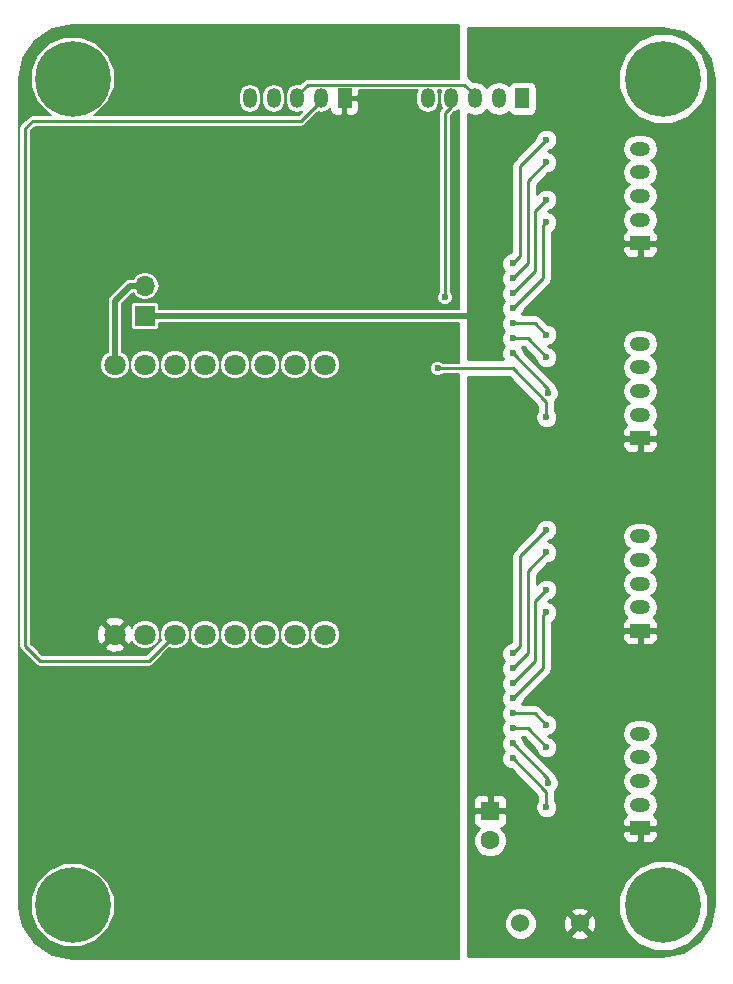
<source format=gbl>
G04 #@! TF.FileFunction,Copper,L2,Bot,Signal*
%FSLAX46Y46*%
G04 Gerber Fmt 4.6, Leading zero omitted, Abs format (unit mm)*
G04 Created by KiCad (PCBNEW 4.0.5) date Sunday, 26 February 2017 'PMt' 14:45:35*
%MOMM*%
%LPD*%
G01*
G04 APERTURE LIST*
%ADD10C,0.100000*%
%ADD11C,6.400000*%
%ADD12C,1.800000*%
%ADD13R,1.600000X1.600000*%
%ADD14C,1.600000*%
%ADD15R,1.700000X1.200000*%
%ADD16O,1.700000X1.200000*%
%ADD17R,1.200000X1.700000*%
%ADD18O,1.200000X1.700000*%
%ADD19R,1.700000X1.700000*%
%ADD20O,1.700000X1.700000*%
%ADD21C,1.524000*%
%ADD22C,0.600000*%
%ADD23C,0.500000*%
%ADD24C,0.250000*%
%ADD25C,0.254000*%
%ADD26C,0.203200*%
G04 APERTURE END LIST*
D10*
D11*
X145000000Y-65000000D03*
X195000000Y-65000000D03*
X195000000Y-135000000D03*
D12*
X166370000Y-89217500D03*
X163830000Y-89217500D03*
X161290000Y-89217500D03*
X158750000Y-89217500D03*
X156210000Y-89217500D03*
X153670000Y-89217500D03*
X151130000Y-89217500D03*
X148590000Y-89217500D03*
X148590000Y-112077500D03*
X151130000Y-112077500D03*
X153670000Y-112077500D03*
X156210000Y-112077500D03*
X158750000Y-112077500D03*
X161290000Y-112077500D03*
X163830000Y-112077500D03*
X166370000Y-112077500D03*
D13*
X180340000Y-127000000D03*
D14*
X180340000Y-129500000D03*
D15*
X193040000Y-128460000D03*
D16*
X193040000Y-126460000D03*
X193040000Y-124460000D03*
X193040000Y-122460000D03*
X193040000Y-120460000D03*
D15*
X193040000Y-111760000D03*
D16*
X193040000Y-109760000D03*
X193040000Y-107760000D03*
X193040000Y-105760000D03*
X193040000Y-103760000D03*
D15*
X193040000Y-95440000D03*
D16*
X193040000Y-93440000D03*
X193040000Y-91440000D03*
X193040000Y-89440000D03*
X193040000Y-87440000D03*
D15*
X193040000Y-78930000D03*
D16*
X193040000Y-76930000D03*
X193040000Y-74930000D03*
X193040000Y-72930000D03*
X193040000Y-70930000D03*
D17*
X168020000Y-66675000D03*
D18*
X166020000Y-66675000D03*
X164020000Y-66675000D03*
X162020000Y-66675000D03*
X160020000Y-66675000D03*
D17*
X183070000Y-66675000D03*
D18*
X181070000Y-66675000D03*
X179070000Y-66675000D03*
X177070000Y-66675000D03*
X175070000Y-66675000D03*
D19*
X151130000Y-85090000D03*
D20*
X151130000Y-82550000D03*
D21*
X187920000Y-136525000D03*
X182920000Y-136525000D03*
D11*
X145000000Y-135000000D03*
D22*
X173355000Y-88265000D03*
X173355000Y-80645000D03*
X173355000Y-113665000D03*
X173355000Y-121285000D03*
X182245000Y-122555000D03*
X185102500Y-126682500D03*
X185226949Y-124653051D03*
X182245000Y-121285000D03*
X185102500Y-119697500D03*
X182245000Y-118745000D03*
X185102500Y-108267500D03*
X182245000Y-116205000D03*
X185102500Y-103187500D03*
X182245000Y-113665000D03*
X175895000Y-89535000D03*
X185102500Y-93662500D03*
X185226949Y-91633051D03*
X182245000Y-88265000D03*
X182245000Y-86995000D03*
X185102500Y-88582500D03*
X182245000Y-85725000D03*
X185102500Y-86677500D03*
X182245000Y-84455000D03*
X185102500Y-77152500D03*
X182245000Y-83185000D03*
X185102500Y-75247500D03*
X182245000Y-81915000D03*
X185102500Y-72072500D03*
X182245000Y-80645000D03*
X185102500Y-70167500D03*
X185102500Y-121602500D03*
X182245000Y-120015000D03*
X185102500Y-110172500D03*
X182245000Y-117475000D03*
X185102500Y-105092500D03*
X182245000Y-114935000D03*
X176530000Y-83502500D03*
D23*
X148590000Y-83820000D02*
X148590000Y-89217500D01*
X149860000Y-82550000D02*
X151130000Y-82550000D01*
X148590000Y-83820000D02*
X149860000Y-82550000D01*
D24*
X185102500Y-126682500D02*
X185102500Y-125412500D01*
X185102500Y-125412500D02*
X182245000Y-122555000D01*
X185226949Y-124266949D02*
X185226949Y-124653051D01*
X182245000Y-121285000D02*
X185226949Y-124266949D01*
X184150000Y-118745000D02*
X182245000Y-118745000D01*
X185102500Y-119697500D02*
X184150000Y-118745000D01*
X185102500Y-108267500D02*
X184150000Y-109220000D01*
X184150000Y-114300000D02*
X182245000Y-116205000D01*
X184150000Y-109220000D02*
X184150000Y-114300000D01*
X185102500Y-103187500D02*
X182880000Y-105410000D01*
X182880000Y-105410000D02*
X182880000Y-113030000D01*
X182880000Y-113030000D02*
X182245000Y-113665000D01*
X182245000Y-89535000D02*
X175895000Y-89535000D01*
X185102500Y-93662500D02*
X185102500Y-92392500D01*
X185102500Y-92392500D02*
X182245000Y-89535000D01*
X182245000Y-88265000D02*
X185226949Y-91246949D01*
X185226949Y-91246949D02*
X185226949Y-91633051D01*
X185102500Y-88582500D02*
X183515000Y-86995000D01*
X183515000Y-86995000D02*
X182245000Y-86995000D01*
X185102500Y-86677500D02*
X184150000Y-85725000D01*
X184150000Y-85725000D02*
X182245000Y-85725000D01*
X184785000Y-77470000D02*
X184785000Y-81915000D01*
X184785000Y-81915000D02*
X182245000Y-84455000D01*
X185102500Y-77152500D02*
X184785000Y-77470000D01*
X184150000Y-76200000D02*
X184150000Y-81280000D01*
X184150000Y-81280000D02*
X182245000Y-83185000D01*
X185102500Y-75247500D02*
X184150000Y-76200000D01*
X183515000Y-73660000D02*
X183515000Y-80645000D01*
X183515000Y-80645000D02*
X182245000Y-81915000D01*
X185102500Y-72072500D02*
X183515000Y-73660000D01*
X182880000Y-72390000D02*
X182880000Y-80010000D01*
X182880000Y-80010000D02*
X182245000Y-80645000D01*
X185102500Y-70167500D02*
X182880000Y-72390000D01*
X183515000Y-120015000D02*
X182245000Y-120015000D01*
X185102500Y-121602500D02*
X183515000Y-120015000D01*
X184785000Y-114935000D02*
X182245000Y-117475000D01*
X185102500Y-110172500D02*
X184785000Y-110490000D01*
X184785000Y-110490000D02*
X184785000Y-114935000D01*
X185102500Y-105092500D02*
X183515000Y-106680000D01*
X183515000Y-106680000D02*
X183515000Y-113665000D01*
X183515000Y-113665000D02*
X182245000Y-114935000D01*
X151447500Y-114300000D02*
X142240000Y-114300000D01*
X142240000Y-114300000D02*
X140970000Y-113030000D01*
X153670000Y-112077500D02*
X151447500Y-114300000D01*
X166020000Y-66675000D02*
X166020000Y-66925000D01*
X166020000Y-66925000D02*
X164365000Y-68580000D01*
X164365000Y-68580000D02*
X141605000Y-68580000D01*
X140970000Y-69215000D02*
X140970000Y-113030000D01*
X141605000Y-68580000D02*
X140970000Y-69215000D01*
X164020000Y-66675000D02*
X164020000Y-66425000D01*
X164020000Y-66425000D02*
X164945010Y-65499990D01*
X164945010Y-65499990D02*
X178144990Y-65499990D01*
X178144990Y-65499990D02*
X179070000Y-66425000D01*
X179070000Y-66425000D02*
X179070000Y-66675000D01*
X176530000Y-83502500D02*
X176530000Y-67945000D01*
X176530000Y-67945000D02*
X177070000Y-67405000D01*
X177070000Y-67405000D02*
X177070000Y-66675000D01*
D23*
X151130000Y-85090000D02*
X178435000Y-85090000D01*
D25*
G36*
X196636390Y-61049408D02*
X198023654Y-61976349D01*
X198950592Y-63363610D01*
X199290000Y-65069931D01*
X199290000Y-134930069D01*
X198950592Y-136636390D01*
X198023654Y-138023651D01*
X196636390Y-138950592D01*
X194930069Y-139290000D01*
X178435000Y-139290000D01*
X178435000Y-136801661D01*
X181522758Y-136801661D01*
X181734990Y-137315303D01*
X182127630Y-137708629D01*
X182640900Y-137921757D01*
X183196661Y-137922242D01*
X183710303Y-137710010D01*
X183915457Y-137505213D01*
X187119392Y-137505213D01*
X187188857Y-137747397D01*
X187712302Y-137934144D01*
X188267368Y-137906362D01*
X188651143Y-137747397D01*
X188720608Y-137505213D01*
X187920000Y-136704605D01*
X187119392Y-137505213D01*
X183915457Y-137505213D01*
X184103629Y-137317370D01*
X184316757Y-136804100D01*
X184317181Y-136317302D01*
X186510856Y-136317302D01*
X186538638Y-136872368D01*
X186697603Y-137256143D01*
X186939787Y-137325608D01*
X187740395Y-136525000D01*
X188099605Y-136525000D01*
X188900213Y-137325608D01*
X189142397Y-137256143D01*
X189329144Y-136732698D01*
X189301362Y-136177632D01*
X189142397Y-135793857D01*
X189022552Y-135759482D01*
X191164336Y-135759482D01*
X191746950Y-137169515D01*
X192824811Y-138249259D01*
X194233825Y-138834333D01*
X195759482Y-138835664D01*
X197169515Y-138253050D01*
X198249259Y-137175189D01*
X198834333Y-135766175D01*
X198835664Y-134240518D01*
X198253050Y-132830485D01*
X197175189Y-131750741D01*
X195766175Y-131165667D01*
X194240518Y-131164336D01*
X192830485Y-131746950D01*
X191750741Y-132824811D01*
X191165667Y-134233825D01*
X191164336Y-135759482D01*
X189022552Y-135759482D01*
X188900213Y-135724392D01*
X188099605Y-136525000D01*
X187740395Y-136525000D01*
X186939787Y-135724392D01*
X186697603Y-135793857D01*
X186510856Y-136317302D01*
X184317181Y-136317302D01*
X184317242Y-136248339D01*
X184105010Y-135734697D01*
X183915432Y-135544787D01*
X187119392Y-135544787D01*
X187920000Y-136345395D01*
X188720608Y-135544787D01*
X188651143Y-135302603D01*
X188127698Y-135115856D01*
X187572632Y-135143638D01*
X187188857Y-135302603D01*
X187119392Y-135544787D01*
X183915432Y-135544787D01*
X183712370Y-135341371D01*
X183199100Y-135128243D01*
X182643339Y-135127758D01*
X182129697Y-135339990D01*
X181736371Y-135732630D01*
X181523243Y-136245900D01*
X181522758Y-136801661D01*
X178435000Y-136801661D01*
X178435000Y-129784187D01*
X178904752Y-129784187D01*
X179122757Y-130311800D01*
X179526077Y-130715824D01*
X180053309Y-130934750D01*
X180624187Y-130935248D01*
X181151800Y-130717243D01*
X181555824Y-130313923D01*
X181774750Y-129786691D01*
X181775248Y-129215813D01*
X181581023Y-128745750D01*
X191555000Y-128745750D01*
X191555000Y-129186309D01*
X191651673Y-129419698D01*
X191830301Y-129598327D01*
X192063690Y-129695000D01*
X192754250Y-129695000D01*
X192913000Y-129536250D01*
X192913000Y-128587000D01*
X193167000Y-128587000D01*
X193167000Y-129536250D01*
X193325750Y-129695000D01*
X194016310Y-129695000D01*
X194249699Y-129598327D01*
X194428327Y-129419698D01*
X194525000Y-129186309D01*
X194525000Y-128745750D01*
X194366250Y-128587000D01*
X193167000Y-128587000D01*
X192913000Y-128587000D01*
X191713750Y-128587000D01*
X191555000Y-128745750D01*
X181581023Y-128745750D01*
X181557243Y-128688200D01*
X181293317Y-128423813D01*
X181499699Y-128338327D01*
X181678327Y-128159698D01*
X181775000Y-127926309D01*
X181775000Y-127285750D01*
X181616250Y-127127000D01*
X180467000Y-127127000D01*
X180467000Y-127147000D01*
X180213000Y-127147000D01*
X180213000Y-127127000D01*
X179063750Y-127127000D01*
X178905000Y-127285750D01*
X178905000Y-127926309D01*
X179001673Y-128159698D01*
X179180301Y-128338327D01*
X179386835Y-128423876D01*
X179124176Y-128686077D01*
X178905250Y-129213309D01*
X178904752Y-129784187D01*
X178435000Y-129784187D01*
X178435000Y-126073691D01*
X178905000Y-126073691D01*
X178905000Y-126714250D01*
X179063750Y-126873000D01*
X180213000Y-126873000D01*
X180213000Y-125723750D01*
X180467000Y-125723750D01*
X180467000Y-126873000D01*
X181616250Y-126873000D01*
X181775000Y-126714250D01*
X181775000Y-126073691D01*
X181678327Y-125840302D01*
X181499699Y-125661673D01*
X181266310Y-125565000D01*
X180625750Y-125565000D01*
X180467000Y-125723750D01*
X180213000Y-125723750D01*
X180054250Y-125565000D01*
X179413690Y-125565000D01*
X179180301Y-125661673D01*
X179001673Y-125840302D01*
X178905000Y-126073691D01*
X178435000Y-126073691D01*
X178435000Y-113850167D01*
X181309838Y-113850167D01*
X181451883Y-114193943D01*
X181557710Y-114299954D01*
X181452808Y-114404673D01*
X181310162Y-114748201D01*
X181309838Y-115120167D01*
X181451883Y-115463943D01*
X181557710Y-115569954D01*
X181452808Y-115674673D01*
X181310162Y-116018201D01*
X181309838Y-116390167D01*
X181451883Y-116733943D01*
X181557710Y-116839954D01*
X181452808Y-116944673D01*
X181310162Y-117288201D01*
X181309838Y-117660167D01*
X181451883Y-118003943D01*
X181557710Y-118109954D01*
X181452808Y-118214673D01*
X181310162Y-118558201D01*
X181309838Y-118930167D01*
X181451883Y-119273943D01*
X181557710Y-119379954D01*
X181452808Y-119484673D01*
X181310162Y-119828201D01*
X181309838Y-120200167D01*
X181451883Y-120543943D01*
X181557710Y-120649954D01*
X181452808Y-120754673D01*
X181310162Y-121098201D01*
X181309838Y-121470167D01*
X181451883Y-121813943D01*
X181557710Y-121919954D01*
X181452808Y-122024673D01*
X181310162Y-122368201D01*
X181309838Y-122740167D01*
X181451883Y-123083943D01*
X181714673Y-123347192D01*
X182058201Y-123489838D01*
X182105077Y-123489879D01*
X184342500Y-125727302D01*
X184342500Y-126120037D01*
X184310308Y-126152173D01*
X184167662Y-126495701D01*
X184167338Y-126867667D01*
X184309383Y-127211443D01*
X184572173Y-127474692D01*
X184915701Y-127617338D01*
X185287667Y-127617662D01*
X185631443Y-127475617D01*
X185894692Y-127212827D01*
X186037338Y-126869299D01*
X186037662Y-126497333D01*
X185895617Y-126153557D01*
X185862500Y-126120382D01*
X185862500Y-125412500D01*
X185850426Y-125351799D01*
X186019141Y-125183378D01*
X186161787Y-124839850D01*
X186162111Y-124467884D01*
X186020066Y-124124108D01*
X185943224Y-124047132D01*
X185929097Y-123976110D01*
X185764350Y-123729548D01*
X183180122Y-121145320D01*
X183180162Y-121099833D01*
X183045944Y-120775000D01*
X183200198Y-120775000D01*
X184167378Y-121742180D01*
X184167338Y-121787667D01*
X184309383Y-122131443D01*
X184572173Y-122394692D01*
X184915701Y-122537338D01*
X185287667Y-122537662D01*
X185631443Y-122395617D01*
X185894692Y-122132827D01*
X186037338Y-121789299D01*
X186037662Y-121417333D01*
X185895617Y-121073557D01*
X185632827Y-120810308D01*
X185289299Y-120667662D01*
X185242423Y-120667621D01*
X185207394Y-120632592D01*
X185287667Y-120632662D01*
X185631443Y-120490617D01*
X185662113Y-120460000D01*
X191525907Y-120460000D01*
X191619916Y-120932614D01*
X191887630Y-121333277D01*
X192077285Y-121460000D01*
X191887630Y-121586723D01*
X191619916Y-121987386D01*
X191525907Y-122460000D01*
X191619916Y-122932614D01*
X191887630Y-123333277D01*
X192077285Y-123460000D01*
X191887630Y-123586723D01*
X191619916Y-123987386D01*
X191525907Y-124460000D01*
X191619916Y-124932614D01*
X191887630Y-125333277D01*
X192077285Y-125460000D01*
X191887630Y-125586723D01*
X191619916Y-125987386D01*
X191525907Y-126460000D01*
X191619916Y-126932614D01*
X191869130Y-127305590D01*
X191830301Y-127321673D01*
X191651673Y-127500302D01*
X191555000Y-127733691D01*
X191555000Y-128174250D01*
X191713750Y-128333000D01*
X192913000Y-128333000D01*
X192913000Y-128313000D01*
X193167000Y-128313000D01*
X193167000Y-128333000D01*
X194366250Y-128333000D01*
X194525000Y-128174250D01*
X194525000Y-127733691D01*
X194428327Y-127500302D01*
X194249699Y-127321673D01*
X194210870Y-127305590D01*
X194460084Y-126932614D01*
X194554093Y-126460000D01*
X194460084Y-125987386D01*
X194192370Y-125586723D01*
X194002715Y-125460000D01*
X194192370Y-125333277D01*
X194460084Y-124932614D01*
X194554093Y-124460000D01*
X194460084Y-123987386D01*
X194192370Y-123586723D01*
X194002715Y-123460000D01*
X194192370Y-123333277D01*
X194460084Y-122932614D01*
X194554093Y-122460000D01*
X194460084Y-121987386D01*
X194192370Y-121586723D01*
X194002715Y-121460000D01*
X194192370Y-121333277D01*
X194460084Y-120932614D01*
X194554093Y-120460000D01*
X194460084Y-119987386D01*
X194192370Y-119586723D01*
X193791707Y-119319009D01*
X193319093Y-119225000D01*
X192760907Y-119225000D01*
X192288293Y-119319009D01*
X191887630Y-119586723D01*
X191619916Y-119987386D01*
X191525907Y-120460000D01*
X185662113Y-120460000D01*
X185894692Y-120227827D01*
X186037338Y-119884299D01*
X186037662Y-119512333D01*
X185895617Y-119168557D01*
X185632827Y-118905308D01*
X185289299Y-118762662D01*
X185242423Y-118762621D01*
X184687401Y-118207599D01*
X184440839Y-118042852D01*
X184150000Y-117985000D01*
X183045633Y-117985000D01*
X183179838Y-117661799D01*
X183179879Y-117614923D01*
X185322401Y-115472401D01*
X185487148Y-115225840D01*
X185507843Y-115121799D01*
X185545000Y-114935000D01*
X185545000Y-112045750D01*
X191555000Y-112045750D01*
X191555000Y-112486309D01*
X191651673Y-112719698D01*
X191830301Y-112898327D01*
X192063690Y-112995000D01*
X192754250Y-112995000D01*
X192913000Y-112836250D01*
X192913000Y-111887000D01*
X193167000Y-111887000D01*
X193167000Y-112836250D01*
X193325750Y-112995000D01*
X194016310Y-112995000D01*
X194249699Y-112898327D01*
X194428327Y-112719698D01*
X194525000Y-112486309D01*
X194525000Y-112045750D01*
X194366250Y-111887000D01*
X193167000Y-111887000D01*
X192913000Y-111887000D01*
X191713750Y-111887000D01*
X191555000Y-112045750D01*
X185545000Y-112045750D01*
X185545000Y-111001334D01*
X185631443Y-110965617D01*
X185894692Y-110702827D01*
X186037338Y-110359299D01*
X186037662Y-109987333D01*
X185895617Y-109643557D01*
X185632827Y-109380308D01*
X185289299Y-109237662D01*
X185207212Y-109237590D01*
X185242180Y-109202622D01*
X185287667Y-109202662D01*
X185631443Y-109060617D01*
X185894692Y-108797827D01*
X186037338Y-108454299D01*
X186037662Y-108082333D01*
X185895617Y-107738557D01*
X185632827Y-107475308D01*
X185289299Y-107332662D01*
X184917333Y-107332338D01*
X184573557Y-107474383D01*
X184310308Y-107737173D01*
X184275000Y-107822204D01*
X184275000Y-106994802D01*
X185242180Y-106027622D01*
X185287667Y-106027662D01*
X185631443Y-105885617D01*
X185894692Y-105622827D01*
X186037338Y-105279299D01*
X186037662Y-104907333D01*
X185895617Y-104563557D01*
X185632827Y-104300308D01*
X185289299Y-104157662D01*
X185207212Y-104157590D01*
X185242180Y-104122622D01*
X185287667Y-104122662D01*
X185631443Y-103980617D01*
X185852445Y-103760000D01*
X191525907Y-103760000D01*
X191619916Y-104232614D01*
X191887630Y-104633277D01*
X192077285Y-104760000D01*
X191887630Y-104886723D01*
X191619916Y-105287386D01*
X191525907Y-105760000D01*
X191619916Y-106232614D01*
X191887630Y-106633277D01*
X192077285Y-106760000D01*
X191887630Y-106886723D01*
X191619916Y-107287386D01*
X191525907Y-107760000D01*
X191619916Y-108232614D01*
X191887630Y-108633277D01*
X192077285Y-108760000D01*
X191887630Y-108886723D01*
X191619916Y-109287386D01*
X191525907Y-109760000D01*
X191619916Y-110232614D01*
X191869130Y-110605590D01*
X191830301Y-110621673D01*
X191651673Y-110800302D01*
X191555000Y-111033691D01*
X191555000Y-111474250D01*
X191713750Y-111633000D01*
X192913000Y-111633000D01*
X192913000Y-111613000D01*
X193167000Y-111613000D01*
X193167000Y-111633000D01*
X194366250Y-111633000D01*
X194525000Y-111474250D01*
X194525000Y-111033691D01*
X194428327Y-110800302D01*
X194249699Y-110621673D01*
X194210870Y-110605590D01*
X194460084Y-110232614D01*
X194554093Y-109760000D01*
X194460084Y-109287386D01*
X194192370Y-108886723D01*
X194002715Y-108760000D01*
X194192370Y-108633277D01*
X194460084Y-108232614D01*
X194554093Y-107760000D01*
X194460084Y-107287386D01*
X194192370Y-106886723D01*
X194002715Y-106760000D01*
X194192370Y-106633277D01*
X194460084Y-106232614D01*
X194554093Y-105760000D01*
X194460084Y-105287386D01*
X194192370Y-104886723D01*
X194002715Y-104760000D01*
X194192370Y-104633277D01*
X194460084Y-104232614D01*
X194554093Y-103760000D01*
X194460084Y-103287386D01*
X194192370Y-102886723D01*
X193791707Y-102619009D01*
X193319093Y-102525000D01*
X192760907Y-102525000D01*
X192288293Y-102619009D01*
X191887630Y-102886723D01*
X191619916Y-103287386D01*
X191525907Y-103760000D01*
X185852445Y-103760000D01*
X185894692Y-103717827D01*
X186037338Y-103374299D01*
X186037662Y-103002333D01*
X185895617Y-102658557D01*
X185632827Y-102395308D01*
X185289299Y-102252662D01*
X184917333Y-102252338D01*
X184573557Y-102394383D01*
X184310308Y-102657173D01*
X184167662Y-103000701D01*
X184167621Y-103047577D01*
X182342599Y-104872599D01*
X182177852Y-105119161D01*
X182120000Y-105410000D01*
X182120000Y-112715198D01*
X182105320Y-112729878D01*
X182059833Y-112729838D01*
X181716057Y-112871883D01*
X181452808Y-113134673D01*
X181310162Y-113478201D01*
X181309838Y-113850167D01*
X178435000Y-113850167D01*
X178435000Y-95725750D01*
X191555000Y-95725750D01*
X191555000Y-96166309D01*
X191651673Y-96399698D01*
X191830301Y-96578327D01*
X192063690Y-96675000D01*
X192754250Y-96675000D01*
X192913000Y-96516250D01*
X192913000Y-95567000D01*
X193167000Y-95567000D01*
X193167000Y-96516250D01*
X193325750Y-96675000D01*
X194016310Y-96675000D01*
X194249699Y-96578327D01*
X194428327Y-96399698D01*
X194525000Y-96166309D01*
X194525000Y-95725750D01*
X194366250Y-95567000D01*
X193167000Y-95567000D01*
X192913000Y-95567000D01*
X191713750Y-95567000D01*
X191555000Y-95725750D01*
X178435000Y-95725750D01*
X178435000Y-90295000D01*
X181930198Y-90295000D01*
X184342500Y-92707302D01*
X184342500Y-93100037D01*
X184310308Y-93132173D01*
X184167662Y-93475701D01*
X184167338Y-93847667D01*
X184309383Y-94191443D01*
X184572173Y-94454692D01*
X184915701Y-94597338D01*
X185287667Y-94597662D01*
X185631443Y-94455617D01*
X185894692Y-94192827D01*
X186037338Y-93849299D01*
X186037662Y-93477333D01*
X185895617Y-93133557D01*
X185862500Y-93100382D01*
X185862500Y-92392500D01*
X185850426Y-92331799D01*
X186019141Y-92163378D01*
X186161787Y-91819850D01*
X186162111Y-91447884D01*
X186020066Y-91104108D01*
X185943224Y-91027132D01*
X185929097Y-90956110D01*
X185764350Y-90709548D01*
X183180122Y-88125320D01*
X183180162Y-88079833D01*
X183045944Y-87755000D01*
X183200198Y-87755000D01*
X184167378Y-88722180D01*
X184167338Y-88767667D01*
X184309383Y-89111443D01*
X184572173Y-89374692D01*
X184915701Y-89517338D01*
X185287667Y-89517662D01*
X185631443Y-89375617D01*
X185894692Y-89112827D01*
X186037338Y-88769299D01*
X186037662Y-88397333D01*
X185895617Y-88053557D01*
X185632827Y-87790308D01*
X185289299Y-87647662D01*
X185242423Y-87647621D01*
X185207394Y-87612592D01*
X185287667Y-87612662D01*
X185631443Y-87470617D01*
X185662113Y-87440000D01*
X191525907Y-87440000D01*
X191619916Y-87912614D01*
X191887630Y-88313277D01*
X192077285Y-88440000D01*
X191887630Y-88566723D01*
X191619916Y-88967386D01*
X191525907Y-89440000D01*
X191619916Y-89912614D01*
X191887630Y-90313277D01*
X192077285Y-90440000D01*
X191887630Y-90566723D01*
X191619916Y-90967386D01*
X191525907Y-91440000D01*
X191619916Y-91912614D01*
X191887630Y-92313277D01*
X192077285Y-92440000D01*
X191887630Y-92566723D01*
X191619916Y-92967386D01*
X191525907Y-93440000D01*
X191619916Y-93912614D01*
X191869130Y-94285590D01*
X191830301Y-94301673D01*
X191651673Y-94480302D01*
X191555000Y-94713691D01*
X191555000Y-95154250D01*
X191713750Y-95313000D01*
X192913000Y-95313000D01*
X192913000Y-95293000D01*
X193167000Y-95293000D01*
X193167000Y-95313000D01*
X194366250Y-95313000D01*
X194525000Y-95154250D01*
X194525000Y-94713691D01*
X194428327Y-94480302D01*
X194249699Y-94301673D01*
X194210870Y-94285590D01*
X194460084Y-93912614D01*
X194554093Y-93440000D01*
X194460084Y-92967386D01*
X194192370Y-92566723D01*
X194002715Y-92440000D01*
X194192370Y-92313277D01*
X194460084Y-91912614D01*
X194554093Y-91440000D01*
X194460084Y-90967386D01*
X194192370Y-90566723D01*
X194002715Y-90440000D01*
X194192370Y-90313277D01*
X194460084Y-89912614D01*
X194554093Y-89440000D01*
X194460084Y-88967386D01*
X194192370Y-88566723D01*
X194002715Y-88440000D01*
X194192370Y-88313277D01*
X194460084Y-87912614D01*
X194554093Y-87440000D01*
X194460084Y-86967386D01*
X194192370Y-86566723D01*
X193791707Y-86299009D01*
X193319093Y-86205000D01*
X192760907Y-86205000D01*
X192288293Y-86299009D01*
X191887630Y-86566723D01*
X191619916Y-86967386D01*
X191525907Y-87440000D01*
X185662113Y-87440000D01*
X185894692Y-87207827D01*
X186037338Y-86864299D01*
X186037662Y-86492333D01*
X185895617Y-86148557D01*
X185632827Y-85885308D01*
X185289299Y-85742662D01*
X185242423Y-85742621D01*
X184687401Y-85187599D01*
X184440839Y-85022852D01*
X184150000Y-84965000D01*
X183045633Y-84965000D01*
X183179838Y-84641799D01*
X183179879Y-84594923D01*
X185322401Y-82452401D01*
X185487148Y-82205840D01*
X185507843Y-82101799D01*
X185545000Y-81915000D01*
X185545000Y-79215750D01*
X191555000Y-79215750D01*
X191555000Y-79656309D01*
X191651673Y-79889698D01*
X191830301Y-80068327D01*
X192063690Y-80165000D01*
X192754250Y-80165000D01*
X192913000Y-80006250D01*
X192913000Y-79057000D01*
X193167000Y-79057000D01*
X193167000Y-80006250D01*
X193325750Y-80165000D01*
X194016310Y-80165000D01*
X194249699Y-80068327D01*
X194428327Y-79889698D01*
X194525000Y-79656309D01*
X194525000Y-79215750D01*
X194366250Y-79057000D01*
X193167000Y-79057000D01*
X192913000Y-79057000D01*
X191713750Y-79057000D01*
X191555000Y-79215750D01*
X185545000Y-79215750D01*
X185545000Y-77981334D01*
X185631443Y-77945617D01*
X185894692Y-77682827D01*
X186037338Y-77339299D01*
X186037662Y-76967333D01*
X185895617Y-76623557D01*
X185632827Y-76360308D01*
X185289299Y-76217662D01*
X185207212Y-76217590D01*
X185242180Y-76182622D01*
X185287667Y-76182662D01*
X185631443Y-76040617D01*
X185894692Y-75777827D01*
X186037338Y-75434299D01*
X186037662Y-75062333D01*
X185895617Y-74718557D01*
X185632827Y-74455308D01*
X185289299Y-74312662D01*
X184917333Y-74312338D01*
X184573557Y-74454383D01*
X184310308Y-74717173D01*
X184275000Y-74802204D01*
X184275000Y-73974802D01*
X185242180Y-73007622D01*
X185287667Y-73007662D01*
X185631443Y-72865617D01*
X185894692Y-72602827D01*
X186037338Y-72259299D01*
X186037662Y-71887333D01*
X185895617Y-71543557D01*
X185632827Y-71280308D01*
X185289299Y-71137662D01*
X185207212Y-71137590D01*
X185242180Y-71102622D01*
X185287667Y-71102662D01*
X185631443Y-70960617D01*
X185662113Y-70930000D01*
X191525907Y-70930000D01*
X191619916Y-71402614D01*
X191887630Y-71803277D01*
X192077285Y-71930000D01*
X191887630Y-72056723D01*
X191619916Y-72457386D01*
X191525907Y-72930000D01*
X191619916Y-73402614D01*
X191887630Y-73803277D01*
X192077285Y-73930000D01*
X191887630Y-74056723D01*
X191619916Y-74457386D01*
X191525907Y-74930000D01*
X191619916Y-75402614D01*
X191887630Y-75803277D01*
X192077285Y-75930000D01*
X191887630Y-76056723D01*
X191619916Y-76457386D01*
X191525907Y-76930000D01*
X191619916Y-77402614D01*
X191869130Y-77775590D01*
X191830301Y-77791673D01*
X191651673Y-77970302D01*
X191555000Y-78203691D01*
X191555000Y-78644250D01*
X191713750Y-78803000D01*
X192913000Y-78803000D01*
X192913000Y-78783000D01*
X193167000Y-78783000D01*
X193167000Y-78803000D01*
X194366250Y-78803000D01*
X194525000Y-78644250D01*
X194525000Y-78203691D01*
X194428327Y-77970302D01*
X194249699Y-77791673D01*
X194210870Y-77775590D01*
X194460084Y-77402614D01*
X194554093Y-76930000D01*
X194460084Y-76457386D01*
X194192370Y-76056723D01*
X194002715Y-75930000D01*
X194192370Y-75803277D01*
X194460084Y-75402614D01*
X194554093Y-74930000D01*
X194460084Y-74457386D01*
X194192370Y-74056723D01*
X194002715Y-73930000D01*
X194192370Y-73803277D01*
X194460084Y-73402614D01*
X194554093Y-72930000D01*
X194460084Y-72457386D01*
X194192370Y-72056723D01*
X194002715Y-71930000D01*
X194192370Y-71803277D01*
X194460084Y-71402614D01*
X194554093Y-70930000D01*
X194460084Y-70457386D01*
X194192370Y-70056723D01*
X193791707Y-69789009D01*
X193319093Y-69695000D01*
X192760907Y-69695000D01*
X192288293Y-69789009D01*
X191887630Y-70056723D01*
X191619916Y-70457386D01*
X191525907Y-70930000D01*
X185662113Y-70930000D01*
X185894692Y-70697827D01*
X186037338Y-70354299D01*
X186037662Y-69982333D01*
X185895617Y-69638557D01*
X185632827Y-69375308D01*
X185289299Y-69232662D01*
X184917333Y-69232338D01*
X184573557Y-69374383D01*
X184310308Y-69637173D01*
X184167662Y-69980701D01*
X184167621Y-70027577D01*
X182342599Y-71852599D01*
X182177852Y-72099161D01*
X182120000Y-72390000D01*
X182120000Y-79695198D01*
X182105320Y-79709878D01*
X182059833Y-79709838D01*
X181716057Y-79851883D01*
X181452808Y-80114673D01*
X181310162Y-80458201D01*
X181309838Y-80830167D01*
X181451883Y-81173943D01*
X181557710Y-81279954D01*
X181452808Y-81384673D01*
X181310162Y-81728201D01*
X181309838Y-82100167D01*
X181451883Y-82443943D01*
X181557710Y-82549954D01*
X181452808Y-82654673D01*
X181310162Y-82998201D01*
X181309838Y-83370167D01*
X181451883Y-83713943D01*
X181557710Y-83819954D01*
X181452808Y-83924673D01*
X181310162Y-84268201D01*
X181309838Y-84640167D01*
X181451883Y-84983943D01*
X181557710Y-85089954D01*
X181452808Y-85194673D01*
X181310162Y-85538201D01*
X181309838Y-85910167D01*
X181451883Y-86253943D01*
X181557710Y-86359954D01*
X181452808Y-86464673D01*
X181310162Y-86808201D01*
X181309838Y-87180167D01*
X181451883Y-87523943D01*
X181557710Y-87629954D01*
X181452808Y-87734673D01*
X181310162Y-88078201D01*
X181309838Y-88450167D01*
X181444056Y-88775000D01*
X178435000Y-88775000D01*
X178435000Y-67986581D01*
X178597386Y-68095084D01*
X179070000Y-68189093D01*
X179542614Y-68095084D01*
X179943277Y-67827370D01*
X180070000Y-67637715D01*
X180196723Y-67827370D01*
X180597386Y-68095084D01*
X181070000Y-68189093D01*
X181542614Y-68095084D01*
X181919996Y-67842926D01*
X182005910Y-67976441D01*
X182218110Y-68121431D01*
X182470000Y-68172440D01*
X183670000Y-68172440D01*
X183905317Y-68128162D01*
X184121441Y-67989090D01*
X184266431Y-67776890D01*
X184317440Y-67525000D01*
X184317440Y-65825000D01*
X184305112Y-65759482D01*
X191164336Y-65759482D01*
X191746950Y-67169515D01*
X192824811Y-68249259D01*
X194233825Y-68834333D01*
X195759482Y-68835664D01*
X197169515Y-68253050D01*
X198249259Y-67175189D01*
X198834333Y-65766175D01*
X198835664Y-64240518D01*
X198253050Y-62830485D01*
X197175189Y-61750741D01*
X195766175Y-61165667D01*
X194240518Y-61164336D01*
X192830485Y-61746950D01*
X191750741Y-62824811D01*
X191165667Y-64233825D01*
X191164336Y-65759482D01*
X184305112Y-65759482D01*
X184273162Y-65589683D01*
X184134090Y-65373559D01*
X183921890Y-65228569D01*
X183670000Y-65177560D01*
X182470000Y-65177560D01*
X182234683Y-65221838D01*
X182018559Y-65360910D01*
X181919099Y-65506475D01*
X181542614Y-65254916D01*
X181070000Y-65160907D01*
X180597386Y-65254916D01*
X180196723Y-65522630D01*
X180070000Y-65712285D01*
X179943277Y-65522630D01*
X179542614Y-65254916D01*
X179070000Y-65160907D01*
X178912114Y-65192312D01*
X178682391Y-64962589D01*
X178435829Y-64797842D01*
X178435000Y-64797677D01*
X178435000Y-60710000D01*
X194930069Y-60710000D01*
X196636390Y-61049408D01*
X196636390Y-61049408D01*
G37*
X196636390Y-61049408D02*
X198023654Y-61976349D01*
X198950592Y-63363610D01*
X199290000Y-65069931D01*
X199290000Y-134930069D01*
X198950592Y-136636390D01*
X198023654Y-138023651D01*
X196636390Y-138950592D01*
X194930069Y-139290000D01*
X178435000Y-139290000D01*
X178435000Y-136801661D01*
X181522758Y-136801661D01*
X181734990Y-137315303D01*
X182127630Y-137708629D01*
X182640900Y-137921757D01*
X183196661Y-137922242D01*
X183710303Y-137710010D01*
X183915457Y-137505213D01*
X187119392Y-137505213D01*
X187188857Y-137747397D01*
X187712302Y-137934144D01*
X188267368Y-137906362D01*
X188651143Y-137747397D01*
X188720608Y-137505213D01*
X187920000Y-136704605D01*
X187119392Y-137505213D01*
X183915457Y-137505213D01*
X184103629Y-137317370D01*
X184316757Y-136804100D01*
X184317181Y-136317302D01*
X186510856Y-136317302D01*
X186538638Y-136872368D01*
X186697603Y-137256143D01*
X186939787Y-137325608D01*
X187740395Y-136525000D01*
X188099605Y-136525000D01*
X188900213Y-137325608D01*
X189142397Y-137256143D01*
X189329144Y-136732698D01*
X189301362Y-136177632D01*
X189142397Y-135793857D01*
X189022552Y-135759482D01*
X191164336Y-135759482D01*
X191746950Y-137169515D01*
X192824811Y-138249259D01*
X194233825Y-138834333D01*
X195759482Y-138835664D01*
X197169515Y-138253050D01*
X198249259Y-137175189D01*
X198834333Y-135766175D01*
X198835664Y-134240518D01*
X198253050Y-132830485D01*
X197175189Y-131750741D01*
X195766175Y-131165667D01*
X194240518Y-131164336D01*
X192830485Y-131746950D01*
X191750741Y-132824811D01*
X191165667Y-134233825D01*
X191164336Y-135759482D01*
X189022552Y-135759482D01*
X188900213Y-135724392D01*
X188099605Y-136525000D01*
X187740395Y-136525000D01*
X186939787Y-135724392D01*
X186697603Y-135793857D01*
X186510856Y-136317302D01*
X184317181Y-136317302D01*
X184317242Y-136248339D01*
X184105010Y-135734697D01*
X183915432Y-135544787D01*
X187119392Y-135544787D01*
X187920000Y-136345395D01*
X188720608Y-135544787D01*
X188651143Y-135302603D01*
X188127698Y-135115856D01*
X187572632Y-135143638D01*
X187188857Y-135302603D01*
X187119392Y-135544787D01*
X183915432Y-135544787D01*
X183712370Y-135341371D01*
X183199100Y-135128243D01*
X182643339Y-135127758D01*
X182129697Y-135339990D01*
X181736371Y-135732630D01*
X181523243Y-136245900D01*
X181522758Y-136801661D01*
X178435000Y-136801661D01*
X178435000Y-129784187D01*
X178904752Y-129784187D01*
X179122757Y-130311800D01*
X179526077Y-130715824D01*
X180053309Y-130934750D01*
X180624187Y-130935248D01*
X181151800Y-130717243D01*
X181555824Y-130313923D01*
X181774750Y-129786691D01*
X181775248Y-129215813D01*
X181581023Y-128745750D01*
X191555000Y-128745750D01*
X191555000Y-129186309D01*
X191651673Y-129419698D01*
X191830301Y-129598327D01*
X192063690Y-129695000D01*
X192754250Y-129695000D01*
X192913000Y-129536250D01*
X192913000Y-128587000D01*
X193167000Y-128587000D01*
X193167000Y-129536250D01*
X193325750Y-129695000D01*
X194016310Y-129695000D01*
X194249699Y-129598327D01*
X194428327Y-129419698D01*
X194525000Y-129186309D01*
X194525000Y-128745750D01*
X194366250Y-128587000D01*
X193167000Y-128587000D01*
X192913000Y-128587000D01*
X191713750Y-128587000D01*
X191555000Y-128745750D01*
X181581023Y-128745750D01*
X181557243Y-128688200D01*
X181293317Y-128423813D01*
X181499699Y-128338327D01*
X181678327Y-128159698D01*
X181775000Y-127926309D01*
X181775000Y-127285750D01*
X181616250Y-127127000D01*
X180467000Y-127127000D01*
X180467000Y-127147000D01*
X180213000Y-127147000D01*
X180213000Y-127127000D01*
X179063750Y-127127000D01*
X178905000Y-127285750D01*
X178905000Y-127926309D01*
X179001673Y-128159698D01*
X179180301Y-128338327D01*
X179386835Y-128423876D01*
X179124176Y-128686077D01*
X178905250Y-129213309D01*
X178904752Y-129784187D01*
X178435000Y-129784187D01*
X178435000Y-126073691D01*
X178905000Y-126073691D01*
X178905000Y-126714250D01*
X179063750Y-126873000D01*
X180213000Y-126873000D01*
X180213000Y-125723750D01*
X180467000Y-125723750D01*
X180467000Y-126873000D01*
X181616250Y-126873000D01*
X181775000Y-126714250D01*
X181775000Y-126073691D01*
X181678327Y-125840302D01*
X181499699Y-125661673D01*
X181266310Y-125565000D01*
X180625750Y-125565000D01*
X180467000Y-125723750D01*
X180213000Y-125723750D01*
X180054250Y-125565000D01*
X179413690Y-125565000D01*
X179180301Y-125661673D01*
X179001673Y-125840302D01*
X178905000Y-126073691D01*
X178435000Y-126073691D01*
X178435000Y-113850167D01*
X181309838Y-113850167D01*
X181451883Y-114193943D01*
X181557710Y-114299954D01*
X181452808Y-114404673D01*
X181310162Y-114748201D01*
X181309838Y-115120167D01*
X181451883Y-115463943D01*
X181557710Y-115569954D01*
X181452808Y-115674673D01*
X181310162Y-116018201D01*
X181309838Y-116390167D01*
X181451883Y-116733943D01*
X181557710Y-116839954D01*
X181452808Y-116944673D01*
X181310162Y-117288201D01*
X181309838Y-117660167D01*
X181451883Y-118003943D01*
X181557710Y-118109954D01*
X181452808Y-118214673D01*
X181310162Y-118558201D01*
X181309838Y-118930167D01*
X181451883Y-119273943D01*
X181557710Y-119379954D01*
X181452808Y-119484673D01*
X181310162Y-119828201D01*
X181309838Y-120200167D01*
X181451883Y-120543943D01*
X181557710Y-120649954D01*
X181452808Y-120754673D01*
X181310162Y-121098201D01*
X181309838Y-121470167D01*
X181451883Y-121813943D01*
X181557710Y-121919954D01*
X181452808Y-122024673D01*
X181310162Y-122368201D01*
X181309838Y-122740167D01*
X181451883Y-123083943D01*
X181714673Y-123347192D01*
X182058201Y-123489838D01*
X182105077Y-123489879D01*
X184342500Y-125727302D01*
X184342500Y-126120037D01*
X184310308Y-126152173D01*
X184167662Y-126495701D01*
X184167338Y-126867667D01*
X184309383Y-127211443D01*
X184572173Y-127474692D01*
X184915701Y-127617338D01*
X185287667Y-127617662D01*
X185631443Y-127475617D01*
X185894692Y-127212827D01*
X186037338Y-126869299D01*
X186037662Y-126497333D01*
X185895617Y-126153557D01*
X185862500Y-126120382D01*
X185862500Y-125412500D01*
X185850426Y-125351799D01*
X186019141Y-125183378D01*
X186161787Y-124839850D01*
X186162111Y-124467884D01*
X186020066Y-124124108D01*
X185943224Y-124047132D01*
X185929097Y-123976110D01*
X185764350Y-123729548D01*
X183180122Y-121145320D01*
X183180162Y-121099833D01*
X183045944Y-120775000D01*
X183200198Y-120775000D01*
X184167378Y-121742180D01*
X184167338Y-121787667D01*
X184309383Y-122131443D01*
X184572173Y-122394692D01*
X184915701Y-122537338D01*
X185287667Y-122537662D01*
X185631443Y-122395617D01*
X185894692Y-122132827D01*
X186037338Y-121789299D01*
X186037662Y-121417333D01*
X185895617Y-121073557D01*
X185632827Y-120810308D01*
X185289299Y-120667662D01*
X185242423Y-120667621D01*
X185207394Y-120632592D01*
X185287667Y-120632662D01*
X185631443Y-120490617D01*
X185662113Y-120460000D01*
X191525907Y-120460000D01*
X191619916Y-120932614D01*
X191887630Y-121333277D01*
X192077285Y-121460000D01*
X191887630Y-121586723D01*
X191619916Y-121987386D01*
X191525907Y-122460000D01*
X191619916Y-122932614D01*
X191887630Y-123333277D01*
X192077285Y-123460000D01*
X191887630Y-123586723D01*
X191619916Y-123987386D01*
X191525907Y-124460000D01*
X191619916Y-124932614D01*
X191887630Y-125333277D01*
X192077285Y-125460000D01*
X191887630Y-125586723D01*
X191619916Y-125987386D01*
X191525907Y-126460000D01*
X191619916Y-126932614D01*
X191869130Y-127305590D01*
X191830301Y-127321673D01*
X191651673Y-127500302D01*
X191555000Y-127733691D01*
X191555000Y-128174250D01*
X191713750Y-128333000D01*
X192913000Y-128333000D01*
X192913000Y-128313000D01*
X193167000Y-128313000D01*
X193167000Y-128333000D01*
X194366250Y-128333000D01*
X194525000Y-128174250D01*
X194525000Y-127733691D01*
X194428327Y-127500302D01*
X194249699Y-127321673D01*
X194210870Y-127305590D01*
X194460084Y-126932614D01*
X194554093Y-126460000D01*
X194460084Y-125987386D01*
X194192370Y-125586723D01*
X194002715Y-125460000D01*
X194192370Y-125333277D01*
X194460084Y-124932614D01*
X194554093Y-124460000D01*
X194460084Y-123987386D01*
X194192370Y-123586723D01*
X194002715Y-123460000D01*
X194192370Y-123333277D01*
X194460084Y-122932614D01*
X194554093Y-122460000D01*
X194460084Y-121987386D01*
X194192370Y-121586723D01*
X194002715Y-121460000D01*
X194192370Y-121333277D01*
X194460084Y-120932614D01*
X194554093Y-120460000D01*
X194460084Y-119987386D01*
X194192370Y-119586723D01*
X193791707Y-119319009D01*
X193319093Y-119225000D01*
X192760907Y-119225000D01*
X192288293Y-119319009D01*
X191887630Y-119586723D01*
X191619916Y-119987386D01*
X191525907Y-120460000D01*
X185662113Y-120460000D01*
X185894692Y-120227827D01*
X186037338Y-119884299D01*
X186037662Y-119512333D01*
X185895617Y-119168557D01*
X185632827Y-118905308D01*
X185289299Y-118762662D01*
X185242423Y-118762621D01*
X184687401Y-118207599D01*
X184440839Y-118042852D01*
X184150000Y-117985000D01*
X183045633Y-117985000D01*
X183179838Y-117661799D01*
X183179879Y-117614923D01*
X185322401Y-115472401D01*
X185487148Y-115225840D01*
X185507843Y-115121799D01*
X185545000Y-114935000D01*
X185545000Y-112045750D01*
X191555000Y-112045750D01*
X191555000Y-112486309D01*
X191651673Y-112719698D01*
X191830301Y-112898327D01*
X192063690Y-112995000D01*
X192754250Y-112995000D01*
X192913000Y-112836250D01*
X192913000Y-111887000D01*
X193167000Y-111887000D01*
X193167000Y-112836250D01*
X193325750Y-112995000D01*
X194016310Y-112995000D01*
X194249699Y-112898327D01*
X194428327Y-112719698D01*
X194525000Y-112486309D01*
X194525000Y-112045750D01*
X194366250Y-111887000D01*
X193167000Y-111887000D01*
X192913000Y-111887000D01*
X191713750Y-111887000D01*
X191555000Y-112045750D01*
X185545000Y-112045750D01*
X185545000Y-111001334D01*
X185631443Y-110965617D01*
X185894692Y-110702827D01*
X186037338Y-110359299D01*
X186037662Y-109987333D01*
X185895617Y-109643557D01*
X185632827Y-109380308D01*
X185289299Y-109237662D01*
X185207212Y-109237590D01*
X185242180Y-109202622D01*
X185287667Y-109202662D01*
X185631443Y-109060617D01*
X185894692Y-108797827D01*
X186037338Y-108454299D01*
X186037662Y-108082333D01*
X185895617Y-107738557D01*
X185632827Y-107475308D01*
X185289299Y-107332662D01*
X184917333Y-107332338D01*
X184573557Y-107474383D01*
X184310308Y-107737173D01*
X184275000Y-107822204D01*
X184275000Y-106994802D01*
X185242180Y-106027622D01*
X185287667Y-106027662D01*
X185631443Y-105885617D01*
X185894692Y-105622827D01*
X186037338Y-105279299D01*
X186037662Y-104907333D01*
X185895617Y-104563557D01*
X185632827Y-104300308D01*
X185289299Y-104157662D01*
X185207212Y-104157590D01*
X185242180Y-104122622D01*
X185287667Y-104122662D01*
X185631443Y-103980617D01*
X185852445Y-103760000D01*
X191525907Y-103760000D01*
X191619916Y-104232614D01*
X191887630Y-104633277D01*
X192077285Y-104760000D01*
X191887630Y-104886723D01*
X191619916Y-105287386D01*
X191525907Y-105760000D01*
X191619916Y-106232614D01*
X191887630Y-106633277D01*
X192077285Y-106760000D01*
X191887630Y-106886723D01*
X191619916Y-107287386D01*
X191525907Y-107760000D01*
X191619916Y-108232614D01*
X191887630Y-108633277D01*
X192077285Y-108760000D01*
X191887630Y-108886723D01*
X191619916Y-109287386D01*
X191525907Y-109760000D01*
X191619916Y-110232614D01*
X191869130Y-110605590D01*
X191830301Y-110621673D01*
X191651673Y-110800302D01*
X191555000Y-111033691D01*
X191555000Y-111474250D01*
X191713750Y-111633000D01*
X192913000Y-111633000D01*
X192913000Y-111613000D01*
X193167000Y-111613000D01*
X193167000Y-111633000D01*
X194366250Y-111633000D01*
X194525000Y-111474250D01*
X194525000Y-111033691D01*
X194428327Y-110800302D01*
X194249699Y-110621673D01*
X194210870Y-110605590D01*
X194460084Y-110232614D01*
X194554093Y-109760000D01*
X194460084Y-109287386D01*
X194192370Y-108886723D01*
X194002715Y-108760000D01*
X194192370Y-108633277D01*
X194460084Y-108232614D01*
X194554093Y-107760000D01*
X194460084Y-107287386D01*
X194192370Y-106886723D01*
X194002715Y-106760000D01*
X194192370Y-106633277D01*
X194460084Y-106232614D01*
X194554093Y-105760000D01*
X194460084Y-105287386D01*
X194192370Y-104886723D01*
X194002715Y-104760000D01*
X194192370Y-104633277D01*
X194460084Y-104232614D01*
X194554093Y-103760000D01*
X194460084Y-103287386D01*
X194192370Y-102886723D01*
X193791707Y-102619009D01*
X193319093Y-102525000D01*
X192760907Y-102525000D01*
X192288293Y-102619009D01*
X191887630Y-102886723D01*
X191619916Y-103287386D01*
X191525907Y-103760000D01*
X185852445Y-103760000D01*
X185894692Y-103717827D01*
X186037338Y-103374299D01*
X186037662Y-103002333D01*
X185895617Y-102658557D01*
X185632827Y-102395308D01*
X185289299Y-102252662D01*
X184917333Y-102252338D01*
X184573557Y-102394383D01*
X184310308Y-102657173D01*
X184167662Y-103000701D01*
X184167621Y-103047577D01*
X182342599Y-104872599D01*
X182177852Y-105119161D01*
X182120000Y-105410000D01*
X182120000Y-112715198D01*
X182105320Y-112729878D01*
X182059833Y-112729838D01*
X181716057Y-112871883D01*
X181452808Y-113134673D01*
X181310162Y-113478201D01*
X181309838Y-113850167D01*
X178435000Y-113850167D01*
X178435000Y-95725750D01*
X191555000Y-95725750D01*
X191555000Y-96166309D01*
X191651673Y-96399698D01*
X191830301Y-96578327D01*
X192063690Y-96675000D01*
X192754250Y-96675000D01*
X192913000Y-96516250D01*
X192913000Y-95567000D01*
X193167000Y-95567000D01*
X193167000Y-96516250D01*
X193325750Y-96675000D01*
X194016310Y-96675000D01*
X194249699Y-96578327D01*
X194428327Y-96399698D01*
X194525000Y-96166309D01*
X194525000Y-95725750D01*
X194366250Y-95567000D01*
X193167000Y-95567000D01*
X192913000Y-95567000D01*
X191713750Y-95567000D01*
X191555000Y-95725750D01*
X178435000Y-95725750D01*
X178435000Y-90295000D01*
X181930198Y-90295000D01*
X184342500Y-92707302D01*
X184342500Y-93100037D01*
X184310308Y-93132173D01*
X184167662Y-93475701D01*
X184167338Y-93847667D01*
X184309383Y-94191443D01*
X184572173Y-94454692D01*
X184915701Y-94597338D01*
X185287667Y-94597662D01*
X185631443Y-94455617D01*
X185894692Y-94192827D01*
X186037338Y-93849299D01*
X186037662Y-93477333D01*
X185895617Y-93133557D01*
X185862500Y-93100382D01*
X185862500Y-92392500D01*
X185850426Y-92331799D01*
X186019141Y-92163378D01*
X186161787Y-91819850D01*
X186162111Y-91447884D01*
X186020066Y-91104108D01*
X185943224Y-91027132D01*
X185929097Y-90956110D01*
X185764350Y-90709548D01*
X183180122Y-88125320D01*
X183180162Y-88079833D01*
X183045944Y-87755000D01*
X183200198Y-87755000D01*
X184167378Y-88722180D01*
X184167338Y-88767667D01*
X184309383Y-89111443D01*
X184572173Y-89374692D01*
X184915701Y-89517338D01*
X185287667Y-89517662D01*
X185631443Y-89375617D01*
X185894692Y-89112827D01*
X186037338Y-88769299D01*
X186037662Y-88397333D01*
X185895617Y-88053557D01*
X185632827Y-87790308D01*
X185289299Y-87647662D01*
X185242423Y-87647621D01*
X185207394Y-87612592D01*
X185287667Y-87612662D01*
X185631443Y-87470617D01*
X185662113Y-87440000D01*
X191525907Y-87440000D01*
X191619916Y-87912614D01*
X191887630Y-88313277D01*
X192077285Y-88440000D01*
X191887630Y-88566723D01*
X191619916Y-88967386D01*
X191525907Y-89440000D01*
X191619916Y-89912614D01*
X191887630Y-90313277D01*
X192077285Y-90440000D01*
X191887630Y-90566723D01*
X191619916Y-90967386D01*
X191525907Y-91440000D01*
X191619916Y-91912614D01*
X191887630Y-92313277D01*
X192077285Y-92440000D01*
X191887630Y-92566723D01*
X191619916Y-92967386D01*
X191525907Y-93440000D01*
X191619916Y-93912614D01*
X191869130Y-94285590D01*
X191830301Y-94301673D01*
X191651673Y-94480302D01*
X191555000Y-94713691D01*
X191555000Y-95154250D01*
X191713750Y-95313000D01*
X192913000Y-95313000D01*
X192913000Y-95293000D01*
X193167000Y-95293000D01*
X193167000Y-95313000D01*
X194366250Y-95313000D01*
X194525000Y-95154250D01*
X194525000Y-94713691D01*
X194428327Y-94480302D01*
X194249699Y-94301673D01*
X194210870Y-94285590D01*
X194460084Y-93912614D01*
X194554093Y-93440000D01*
X194460084Y-92967386D01*
X194192370Y-92566723D01*
X194002715Y-92440000D01*
X194192370Y-92313277D01*
X194460084Y-91912614D01*
X194554093Y-91440000D01*
X194460084Y-90967386D01*
X194192370Y-90566723D01*
X194002715Y-90440000D01*
X194192370Y-90313277D01*
X194460084Y-89912614D01*
X194554093Y-89440000D01*
X194460084Y-88967386D01*
X194192370Y-88566723D01*
X194002715Y-88440000D01*
X194192370Y-88313277D01*
X194460084Y-87912614D01*
X194554093Y-87440000D01*
X194460084Y-86967386D01*
X194192370Y-86566723D01*
X193791707Y-86299009D01*
X193319093Y-86205000D01*
X192760907Y-86205000D01*
X192288293Y-86299009D01*
X191887630Y-86566723D01*
X191619916Y-86967386D01*
X191525907Y-87440000D01*
X185662113Y-87440000D01*
X185894692Y-87207827D01*
X186037338Y-86864299D01*
X186037662Y-86492333D01*
X185895617Y-86148557D01*
X185632827Y-85885308D01*
X185289299Y-85742662D01*
X185242423Y-85742621D01*
X184687401Y-85187599D01*
X184440839Y-85022852D01*
X184150000Y-84965000D01*
X183045633Y-84965000D01*
X183179838Y-84641799D01*
X183179879Y-84594923D01*
X185322401Y-82452401D01*
X185487148Y-82205840D01*
X185507843Y-82101799D01*
X185545000Y-81915000D01*
X185545000Y-79215750D01*
X191555000Y-79215750D01*
X191555000Y-79656309D01*
X191651673Y-79889698D01*
X191830301Y-80068327D01*
X192063690Y-80165000D01*
X192754250Y-80165000D01*
X192913000Y-80006250D01*
X192913000Y-79057000D01*
X193167000Y-79057000D01*
X193167000Y-80006250D01*
X193325750Y-80165000D01*
X194016310Y-80165000D01*
X194249699Y-80068327D01*
X194428327Y-79889698D01*
X194525000Y-79656309D01*
X194525000Y-79215750D01*
X194366250Y-79057000D01*
X193167000Y-79057000D01*
X192913000Y-79057000D01*
X191713750Y-79057000D01*
X191555000Y-79215750D01*
X185545000Y-79215750D01*
X185545000Y-77981334D01*
X185631443Y-77945617D01*
X185894692Y-77682827D01*
X186037338Y-77339299D01*
X186037662Y-76967333D01*
X185895617Y-76623557D01*
X185632827Y-76360308D01*
X185289299Y-76217662D01*
X185207212Y-76217590D01*
X185242180Y-76182622D01*
X185287667Y-76182662D01*
X185631443Y-76040617D01*
X185894692Y-75777827D01*
X186037338Y-75434299D01*
X186037662Y-75062333D01*
X185895617Y-74718557D01*
X185632827Y-74455308D01*
X185289299Y-74312662D01*
X184917333Y-74312338D01*
X184573557Y-74454383D01*
X184310308Y-74717173D01*
X184275000Y-74802204D01*
X184275000Y-73974802D01*
X185242180Y-73007622D01*
X185287667Y-73007662D01*
X185631443Y-72865617D01*
X185894692Y-72602827D01*
X186037338Y-72259299D01*
X186037662Y-71887333D01*
X185895617Y-71543557D01*
X185632827Y-71280308D01*
X185289299Y-71137662D01*
X185207212Y-71137590D01*
X185242180Y-71102622D01*
X185287667Y-71102662D01*
X185631443Y-70960617D01*
X185662113Y-70930000D01*
X191525907Y-70930000D01*
X191619916Y-71402614D01*
X191887630Y-71803277D01*
X192077285Y-71930000D01*
X191887630Y-72056723D01*
X191619916Y-72457386D01*
X191525907Y-72930000D01*
X191619916Y-73402614D01*
X191887630Y-73803277D01*
X192077285Y-73930000D01*
X191887630Y-74056723D01*
X191619916Y-74457386D01*
X191525907Y-74930000D01*
X191619916Y-75402614D01*
X191887630Y-75803277D01*
X192077285Y-75930000D01*
X191887630Y-76056723D01*
X191619916Y-76457386D01*
X191525907Y-76930000D01*
X191619916Y-77402614D01*
X191869130Y-77775590D01*
X191830301Y-77791673D01*
X191651673Y-77970302D01*
X191555000Y-78203691D01*
X191555000Y-78644250D01*
X191713750Y-78803000D01*
X192913000Y-78803000D01*
X192913000Y-78783000D01*
X193167000Y-78783000D01*
X193167000Y-78803000D01*
X194366250Y-78803000D01*
X194525000Y-78644250D01*
X194525000Y-78203691D01*
X194428327Y-77970302D01*
X194249699Y-77791673D01*
X194210870Y-77775590D01*
X194460084Y-77402614D01*
X194554093Y-76930000D01*
X194460084Y-76457386D01*
X194192370Y-76056723D01*
X194002715Y-75930000D01*
X194192370Y-75803277D01*
X194460084Y-75402614D01*
X194554093Y-74930000D01*
X194460084Y-74457386D01*
X194192370Y-74056723D01*
X194002715Y-73930000D01*
X194192370Y-73803277D01*
X194460084Y-73402614D01*
X194554093Y-72930000D01*
X194460084Y-72457386D01*
X194192370Y-72056723D01*
X194002715Y-71930000D01*
X194192370Y-71803277D01*
X194460084Y-71402614D01*
X194554093Y-70930000D01*
X194460084Y-70457386D01*
X194192370Y-70056723D01*
X193791707Y-69789009D01*
X193319093Y-69695000D01*
X192760907Y-69695000D01*
X192288293Y-69789009D01*
X191887630Y-70056723D01*
X191619916Y-70457386D01*
X191525907Y-70930000D01*
X185662113Y-70930000D01*
X185894692Y-70697827D01*
X186037338Y-70354299D01*
X186037662Y-69982333D01*
X185895617Y-69638557D01*
X185632827Y-69375308D01*
X185289299Y-69232662D01*
X184917333Y-69232338D01*
X184573557Y-69374383D01*
X184310308Y-69637173D01*
X184167662Y-69980701D01*
X184167621Y-70027577D01*
X182342599Y-71852599D01*
X182177852Y-72099161D01*
X182120000Y-72390000D01*
X182120000Y-79695198D01*
X182105320Y-79709878D01*
X182059833Y-79709838D01*
X181716057Y-79851883D01*
X181452808Y-80114673D01*
X181310162Y-80458201D01*
X181309838Y-80830167D01*
X181451883Y-81173943D01*
X181557710Y-81279954D01*
X181452808Y-81384673D01*
X181310162Y-81728201D01*
X181309838Y-82100167D01*
X181451883Y-82443943D01*
X181557710Y-82549954D01*
X181452808Y-82654673D01*
X181310162Y-82998201D01*
X181309838Y-83370167D01*
X181451883Y-83713943D01*
X181557710Y-83819954D01*
X181452808Y-83924673D01*
X181310162Y-84268201D01*
X181309838Y-84640167D01*
X181451883Y-84983943D01*
X181557710Y-85089954D01*
X181452808Y-85194673D01*
X181310162Y-85538201D01*
X181309838Y-85910167D01*
X181451883Y-86253943D01*
X181557710Y-86359954D01*
X181452808Y-86464673D01*
X181310162Y-86808201D01*
X181309838Y-87180167D01*
X181451883Y-87523943D01*
X181557710Y-87629954D01*
X181452808Y-87734673D01*
X181310162Y-88078201D01*
X181309838Y-88450167D01*
X181444056Y-88775000D01*
X178435000Y-88775000D01*
X178435000Y-67986581D01*
X178597386Y-68095084D01*
X179070000Y-68189093D01*
X179542614Y-68095084D01*
X179943277Y-67827370D01*
X180070000Y-67637715D01*
X180196723Y-67827370D01*
X180597386Y-68095084D01*
X181070000Y-68189093D01*
X181542614Y-68095084D01*
X181919996Y-67842926D01*
X182005910Y-67976441D01*
X182218110Y-68121431D01*
X182470000Y-68172440D01*
X183670000Y-68172440D01*
X183905317Y-68128162D01*
X184121441Y-67989090D01*
X184266431Y-67776890D01*
X184317440Y-67525000D01*
X184317440Y-65825000D01*
X184305112Y-65759482D01*
X191164336Y-65759482D01*
X191746950Y-67169515D01*
X192824811Y-68249259D01*
X194233825Y-68834333D01*
X195759482Y-68835664D01*
X197169515Y-68253050D01*
X198249259Y-67175189D01*
X198834333Y-65766175D01*
X198835664Y-64240518D01*
X198253050Y-62830485D01*
X197175189Y-61750741D01*
X195766175Y-61165667D01*
X194240518Y-61164336D01*
X192830485Y-61746950D01*
X191750741Y-62824811D01*
X191165667Y-64233825D01*
X191164336Y-65759482D01*
X184305112Y-65759482D01*
X184273162Y-65589683D01*
X184134090Y-65373559D01*
X183921890Y-65228569D01*
X183670000Y-65177560D01*
X182470000Y-65177560D01*
X182234683Y-65221838D01*
X182018559Y-65360910D01*
X181919099Y-65506475D01*
X181542614Y-65254916D01*
X181070000Y-65160907D01*
X180597386Y-65254916D01*
X180196723Y-65522630D01*
X180070000Y-65712285D01*
X179943277Y-65522630D01*
X179542614Y-65254916D01*
X179070000Y-65160907D01*
X178912114Y-65192312D01*
X178682391Y-64962589D01*
X178435829Y-64797842D01*
X178435000Y-64797677D01*
X178435000Y-60710000D01*
X194930069Y-60710000D01*
X196636390Y-61049408D01*
D26*
G36*
X177698400Y-65019390D02*
X164945015Y-65019390D01*
X164945010Y-65019389D01*
X164761092Y-65055973D01*
X164605174Y-65160154D01*
X164605172Y-65160157D01*
X164269849Y-65495479D01*
X164020000Y-65445781D01*
X163654308Y-65518522D01*
X163344289Y-65725670D01*
X163137141Y-66035689D01*
X163064400Y-66401381D01*
X163064400Y-66948619D01*
X163137141Y-67314311D01*
X163344289Y-67624330D01*
X163654308Y-67831478D01*
X164020000Y-67904219D01*
X164385692Y-67831478D01*
X164530825Y-67734503D01*
X164165928Y-68099400D01*
X146809727Y-68099400D01*
X147011454Y-68016048D01*
X148012533Y-67016715D01*
X148268041Y-66401381D01*
X159064400Y-66401381D01*
X159064400Y-66948619D01*
X159137141Y-67314311D01*
X159344289Y-67624330D01*
X159654308Y-67831478D01*
X160020000Y-67904219D01*
X160385692Y-67831478D01*
X160695711Y-67624330D01*
X160902859Y-67314311D01*
X160975600Y-66948619D01*
X160975600Y-66401381D01*
X161064400Y-66401381D01*
X161064400Y-66948619D01*
X161137141Y-67314311D01*
X161344289Y-67624330D01*
X161654308Y-67831478D01*
X162020000Y-67904219D01*
X162385692Y-67831478D01*
X162695711Y-67624330D01*
X162902859Y-67314311D01*
X162975600Y-66948619D01*
X162975600Y-66401381D01*
X162902859Y-66035689D01*
X162695711Y-65725670D01*
X162385692Y-65518522D01*
X162020000Y-65445781D01*
X161654308Y-65518522D01*
X161344289Y-65725670D01*
X161137141Y-66035689D01*
X161064400Y-66401381D01*
X160975600Y-66401381D01*
X160902859Y-66035689D01*
X160695711Y-65725670D01*
X160385692Y-65518522D01*
X160020000Y-65445781D01*
X159654308Y-65518522D01*
X159344289Y-65725670D01*
X159137141Y-66035689D01*
X159064400Y-66401381D01*
X148268041Y-66401381D01*
X148554981Y-65710355D01*
X148556216Y-64295850D01*
X148016048Y-62988546D01*
X147016715Y-61987467D01*
X145710355Y-61445019D01*
X144295850Y-61443784D01*
X142988546Y-61983952D01*
X141987467Y-62983285D01*
X141445019Y-64289645D01*
X141443784Y-65704150D01*
X141983952Y-67011454D01*
X142983285Y-68012533D01*
X143192484Y-68099400D01*
X141605005Y-68099400D01*
X141605000Y-68099399D01*
X141456601Y-68128918D01*
X141421082Y-68135983D01*
X141265164Y-68240164D01*
X141265162Y-68240167D01*
X140630164Y-68875164D01*
X140525983Y-69031082D01*
X140489399Y-69215000D01*
X140489400Y-69215005D01*
X140489400Y-113029995D01*
X140489399Y-113030000D01*
X140525983Y-113213918D01*
X140630164Y-113369836D01*
X141900162Y-114639833D01*
X141900164Y-114639836D01*
X142056082Y-114744017D01*
X142240000Y-114780601D01*
X142240005Y-114780600D01*
X151447495Y-114780600D01*
X151447500Y-114780601D01*
X151631418Y-114744017D01*
X151787336Y-114639836D01*
X153189605Y-113237566D01*
X153419150Y-113332882D01*
X153918659Y-113333318D01*
X154380311Y-113142567D01*
X154733825Y-112789669D01*
X154925382Y-112328350D01*
X154925383Y-112326159D01*
X154954182Y-112326159D01*
X155144933Y-112787811D01*
X155497831Y-113141325D01*
X155959150Y-113332882D01*
X156458659Y-113333318D01*
X156920311Y-113142567D01*
X157273825Y-112789669D01*
X157465382Y-112328350D01*
X157465383Y-112326159D01*
X157494182Y-112326159D01*
X157684933Y-112787811D01*
X158037831Y-113141325D01*
X158499150Y-113332882D01*
X158998659Y-113333318D01*
X159460311Y-113142567D01*
X159813825Y-112789669D01*
X160005382Y-112328350D01*
X160005383Y-112326159D01*
X160034182Y-112326159D01*
X160224933Y-112787811D01*
X160577831Y-113141325D01*
X161039150Y-113332882D01*
X161538659Y-113333318D01*
X162000311Y-113142567D01*
X162353825Y-112789669D01*
X162545382Y-112328350D01*
X162545383Y-112326159D01*
X162574182Y-112326159D01*
X162764933Y-112787811D01*
X163117831Y-113141325D01*
X163579150Y-113332882D01*
X164078659Y-113333318D01*
X164540311Y-113142567D01*
X164893825Y-112789669D01*
X165085382Y-112328350D01*
X165085383Y-112326159D01*
X165114182Y-112326159D01*
X165304933Y-112787811D01*
X165657831Y-113141325D01*
X166119150Y-113332882D01*
X166618659Y-113333318D01*
X167080311Y-113142567D01*
X167433825Y-112789669D01*
X167625382Y-112328350D01*
X167625818Y-111828841D01*
X167435067Y-111367189D01*
X167082169Y-111013675D01*
X166620850Y-110822118D01*
X166121341Y-110821682D01*
X165659689Y-111012433D01*
X165306175Y-111365331D01*
X165114618Y-111826650D01*
X165114182Y-112326159D01*
X165085383Y-112326159D01*
X165085818Y-111828841D01*
X164895067Y-111367189D01*
X164542169Y-111013675D01*
X164080850Y-110822118D01*
X163581341Y-110821682D01*
X163119689Y-111012433D01*
X162766175Y-111365331D01*
X162574618Y-111826650D01*
X162574182Y-112326159D01*
X162545383Y-112326159D01*
X162545818Y-111828841D01*
X162355067Y-111367189D01*
X162002169Y-111013675D01*
X161540850Y-110822118D01*
X161041341Y-110821682D01*
X160579689Y-111012433D01*
X160226175Y-111365331D01*
X160034618Y-111826650D01*
X160034182Y-112326159D01*
X160005383Y-112326159D01*
X160005818Y-111828841D01*
X159815067Y-111367189D01*
X159462169Y-111013675D01*
X159000850Y-110822118D01*
X158501341Y-110821682D01*
X158039689Y-111012433D01*
X157686175Y-111365331D01*
X157494618Y-111826650D01*
X157494182Y-112326159D01*
X157465383Y-112326159D01*
X157465818Y-111828841D01*
X157275067Y-111367189D01*
X156922169Y-111013675D01*
X156460850Y-110822118D01*
X155961341Y-110821682D01*
X155499689Y-111012433D01*
X155146175Y-111365331D01*
X154954618Y-111826650D01*
X154954182Y-112326159D01*
X154925383Y-112326159D01*
X154925818Y-111828841D01*
X154735067Y-111367189D01*
X154382169Y-111013675D01*
X153920850Y-110822118D01*
X153421341Y-110821682D01*
X152959689Y-111012433D01*
X152606175Y-111365331D01*
X152414618Y-111826650D01*
X152414182Y-112326159D01*
X152509934Y-112557895D01*
X151248428Y-113819400D01*
X142439071Y-113819400D01*
X141779594Y-113159922D01*
X147723104Y-113159922D01*
X147813035Y-113406179D01*
X148380642Y-113602371D01*
X148980121Y-113566414D01*
X149366965Y-113406179D01*
X149456896Y-113159922D01*
X148590000Y-112293026D01*
X147723104Y-113159922D01*
X141779594Y-113159922D01*
X141450600Y-112830928D01*
X141450600Y-111868142D01*
X147065129Y-111868142D01*
X147101086Y-112467621D01*
X147261321Y-112854465D01*
X147507578Y-112944396D01*
X148374474Y-112077500D01*
X148805526Y-112077500D01*
X149672422Y-112944396D01*
X149918679Y-112854465D01*
X149997842Y-112625438D01*
X150064933Y-112787811D01*
X150417831Y-113141325D01*
X150879150Y-113332882D01*
X151378659Y-113333318D01*
X151840311Y-113142567D01*
X152193825Y-112789669D01*
X152385382Y-112328350D01*
X152385818Y-111828841D01*
X152195067Y-111367189D01*
X151842169Y-111013675D01*
X151380850Y-110822118D01*
X150881341Y-110821682D01*
X150419689Y-111012433D01*
X150066175Y-111365331D01*
X150005772Y-111510797D01*
X149918679Y-111300535D01*
X149672422Y-111210604D01*
X148805526Y-112077500D01*
X148374474Y-112077500D01*
X147507578Y-111210604D01*
X147261321Y-111300535D01*
X147065129Y-111868142D01*
X141450600Y-111868142D01*
X141450600Y-110995078D01*
X147723104Y-110995078D01*
X148590000Y-111861974D01*
X149456896Y-110995078D01*
X149366965Y-110748821D01*
X148799358Y-110552629D01*
X148199879Y-110588586D01*
X147813035Y-110748821D01*
X147723104Y-110995078D01*
X141450600Y-110995078D01*
X141450600Y-89466159D01*
X147334182Y-89466159D01*
X147524933Y-89927811D01*
X147877831Y-90281325D01*
X148339150Y-90472882D01*
X148838659Y-90473318D01*
X149300311Y-90282567D01*
X149653825Y-89929669D01*
X149845382Y-89468350D01*
X149845383Y-89466159D01*
X149874182Y-89466159D01*
X150064933Y-89927811D01*
X150417831Y-90281325D01*
X150879150Y-90472882D01*
X151378659Y-90473318D01*
X151840311Y-90282567D01*
X152193825Y-89929669D01*
X152385382Y-89468350D01*
X152385383Y-89466159D01*
X152414182Y-89466159D01*
X152604933Y-89927811D01*
X152957831Y-90281325D01*
X153419150Y-90472882D01*
X153918659Y-90473318D01*
X154380311Y-90282567D01*
X154733825Y-89929669D01*
X154925382Y-89468350D01*
X154925383Y-89466159D01*
X154954182Y-89466159D01*
X155144933Y-89927811D01*
X155497831Y-90281325D01*
X155959150Y-90472882D01*
X156458659Y-90473318D01*
X156920311Y-90282567D01*
X157273825Y-89929669D01*
X157465382Y-89468350D01*
X157465383Y-89466159D01*
X157494182Y-89466159D01*
X157684933Y-89927811D01*
X158037831Y-90281325D01*
X158499150Y-90472882D01*
X158998659Y-90473318D01*
X159460311Y-90282567D01*
X159813825Y-89929669D01*
X160005382Y-89468350D01*
X160005383Y-89466159D01*
X160034182Y-89466159D01*
X160224933Y-89927811D01*
X160577831Y-90281325D01*
X161039150Y-90472882D01*
X161538659Y-90473318D01*
X162000311Y-90282567D01*
X162353825Y-89929669D01*
X162545382Y-89468350D01*
X162545383Y-89466159D01*
X162574182Y-89466159D01*
X162764933Y-89927811D01*
X163117831Y-90281325D01*
X163579150Y-90472882D01*
X164078659Y-90473318D01*
X164540311Y-90282567D01*
X164893825Y-89929669D01*
X165085382Y-89468350D01*
X165085383Y-89466159D01*
X165114182Y-89466159D01*
X165304933Y-89927811D01*
X165657831Y-90281325D01*
X166119150Y-90472882D01*
X166618659Y-90473318D01*
X167080311Y-90282567D01*
X167433825Y-89929669D01*
X167625382Y-89468350D01*
X167625818Y-88968841D01*
X167435067Y-88507189D01*
X167082169Y-88153675D01*
X166620850Y-87962118D01*
X166121341Y-87961682D01*
X165659689Y-88152433D01*
X165306175Y-88505331D01*
X165114618Y-88966650D01*
X165114182Y-89466159D01*
X165085383Y-89466159D01*
X165085818Y-88968841D01*
X164895067Y-88507189D01*
X164542169Y-88153675D01*
X164080850Y-87962118D01*
X163581341Y-87961682D01*
X163119689Y-88152433D01*
X162766175Y-88505331D01*
X162574618Y-88966650D01*
X162574182Y-89466159D01*
X162545383Y-89466159D01*
X162545818Y-88968841D01*
X162355067Y-88507189D01*
X162002169Y-88153675D01*
X161540850Y-87962118D01*
X161041341Y-87961682D01*
X160579689Y-88152433D01*
X160226175Y-88505331D01*
X160034618Y-88966650D01*
X160034182Y-89466159D01*
X160005383Y-89466159D01*
X160005818Y-88968841D01*
X159815067Y-88507189D01*
X159462169Y-88153675D01*
X159000850Y-87962118D01*
X158501341Y-87961682D01*
X158039689Y-88152433D01*
X157686175Y-88505331D01*
X157494618Y-88966650D01*
X157494182Y-89466159D01*
X157465383Y-89466159D01*
X157465818Y-88968841D01*
X157275067Y-88507189D01*
X156922169Y-88153675D01*
X156460850Y-87962118D01*
X155961341Y-87961682D01*
X155499689Y-88152433D01*
X155146175Y-88505331D01*
X154954618Y-88966650D01*
X154954182Y-89466159D01*
X154925383Y-89466159D01*
X154925818Y-88968841D01*
X154735067Y-88507189D01*
X154382169Y-88153675D01*
X153920850Y-87962118D01*
X153421341Y-87961682D01*
X152959689Y-88152433D01*
X152606175Y-88505331D01*
X152414618Y-88966650D01*
X152414182Y-89466159D01*
X152385383Y-89466159D01*
X152385818Y-88968841D01*
X152195067Y-88507189D01*
X151842169Y-88153675D01*
X151380850Y-87962118D01*
X150881341Y-87961682D01*
X150419689Y-88152433D01*
X150066175Y-88505331D01*
X149874618Y-88966650D01*
X149874182Y-89466159D01*
X149845383Y-89466159D01*
X149845818Y-88968841D01*
X149655067Y-88507189D01*
X149302169Y-88153675D01*
X149195600Y-88109424D01*
X149195600Y-84070848D01*
X150097708Y-83168740D01*
X150253893Y-83402488D01*
X150645018Y-83663829D01*
X151106381Y-83755600D01*
X151153619Y-83755600D01*
X151614982Y-83663829D01*
X152006107Y-83402488D01*
X152267448Y-83011363D01*
X152359219Y-82550000D01*
X152267448Y-82088637D01*
X152006107Y-81697512D01*
X151614982Y-81436171D01*
X151153619Y-81344400D01*
X151106381Y-81344400D01*
X150645018Y-81436171D01*
X150253893Y-81697512D01*
X150088928Y-81944400D01*
X149860000Y-81944400D01*
X149628247Y-81990499D01*
X149431776Y-82121776D01*
X148161776Y-83391776D01*
X148030499Y-83588247D01*
X147984400Y-83820000D01*
X147984400Y-88109167D01*
X147879689Y-88152433D01*
X147526175Y-88505331D01*
X147334618Y-88966650D01*
X147334182Y-89466159D01*
X141450600Y-89466159D01*
X141450600Y-69414072D01*
X141804071Y-69060600D01*
X164364995Y-69060600D01*
X164365000Y-69060601D01*
X164548918Y-69024017D01*
X164704836Y-68919836D01*
X165770151Y-67854521D01*
X166020000Y-67904219D01*
X166385692Y-67831478D01*
X166695711Y-67624330D01*
X166810400Y-67452686D01*
X166810400Y-67646257D01*
X166903206Y-67870311D01*
X167074689Y-68041794D01*
X167298743Y-68134600D01*
X167715200Y-68134600D01*
X167867600Y-67982200D01*
X167867600Y-66827400D01*
X168172400Y-66827400D01*
X168172400Y-67982200D01*
X168324800Y-68134600D01*
X168741257Y-68134600D01*
X168965311Y-68041794D01*
X169136794Y-67870311D01*
X169229600Y-67646257D01*
X169229600Y-66979800D01*
X169077200Y-66827400D01*
X168172400Y-66827400D01*
X167867600Y-66827400D01*
X167847600Y-66827400D01*
X167847600Y-66522600D01*
X167867600Y-66522600D01*
X167867600Y-66502600D01*
X168172400Y-66502600D01*
X168172400Y-66522600D01*
X169077200Y-66522600D01*
X169229600Y-66370200D01*
X169229600Y-65980590D01*
X174223957Y-65980590D01*
X174187141Y-66035689D01*
X174114400Y-66401381D01*
X174114400Y-66948619D01*
X174187141Y-67314311D01*
X174394289Y-67624330D01*
X174704308Y-67831478D01*
X175070000Y-67904219D01*
X175435692Y-67831478D01*
X175745711Y-67624330D01*
X175952859Y-67314311D01*
X176025600Y-66948619D01*
X176025600Y-66401381D01*
X175952859Y-66035689D01*
X175916043Y-65980590D01*
X176223957Y-65980590D01*
X176187141Y-66035689D01*
X176114400Y-66401381D01*
X176114400Y-66948619D01*
X176187141Y-67314311D01*
X176304851Y-67490477D01*
X176190164Y-67605164D01*
X176085983Y-67761082D01*
X176049399Y-67945000D01*
X176049400Y-67945005D01*
X176049400Y-83055912D01*
X175974533Y-83130648D01*
X175874514Y-83371521D01*
X175874286Y-83632335D01*
X175973885Y-83873382D01*
X176158148Y-84057967D01*
X176399021Y-84157986D01*
X176659835Y-84158214D01*
X176900882Y-84058615D01*
X177085467Y-83874352D01*
X177185486Y-83633479D01*
X177185714Y-83372665D01*
X177086115Y-83131618D01*
X177010600Y-83055971D01*
X177010600Y-68144072D01*
X177295259Y-67859412D01*
X177435692Y-67831478D01*
X177698400Y-67655942D01*
X177698400Y-84484400D01*
X152342566Y-84484400D01*
X152342566Y-84240000D01*
X152317770Y-84108223D01*
X152239890Y-83987193D01*
X152121058Y-83905999D01*
X151980000Y-83877434D01*
X150280000Y-83877434D01*
X150148223Y-83902230D01*
X150027193Y-83980110D01*
X149945999Y-84098942D01*
X149917434Y-84240000D01*
X149917434Y-85940000D01*
X149942230Y-86071777D01*
X150020110Y-86192807D01*
X150138942Y-86274001D01*
X150280000Y-86302566D01*
X151980000Y-86302566D01*
X152111777Y-86277770D01*
X152232807Y-86199890D01*
X152314001Y-86081058D01*
X152342566Y-85940000D01*
X152342566Y-85695600D01*
X177698400Y-85695600D01*
X177698400Y-89054400D01*
X176341588Y-89054400D01*
X176266852Y-88979533D01*
X176025979Y-88879514D01*
X175765165Y-88879286D01*
X175524118Y-88978885D01*
X175339533Y-89163148D01*
X175239514Y-89404021D01*
X175239286Y-89664835D01*
X175338885Y-89905882D01*
X175523148Y-90090467D01*
X175764021Y-90190486D01*
X176024835Y-90190714D01*
X176265882Y-90091115D01*
X176341529Y-90015600D01*
X177698400Y-90015600D01*
X177698400Y-139569400D01*
X145042410Y-139569400D01*
X143254596Y-139213782D01*
X141774910Y-138225088D01*
X140786218Y-136745404D01*
X140579100Y-135704150D01*
X141443784Y-135704150D01*
X141983952Y-137011454D01*
X142983285Y-138012533D01*
X144289645Y-138554981D01*
X145704150Y-138556216D01*
X147011454Y-138016048D01*
X148012533Y-137016715D01*
X148554981Y-135710355D01*
X148556216Y-134295850D01*
X148016048Y-132988546D01*
X147016715Y-131987467D01*
X145710355Y-131445019D01*
X144295850Y-131443784D01*
X142988546Y-131983952D01*
X141987467Y-132983285D01*
X141445019Y-134289645D01*
X141443784Y-135704150D01*
X140579100Y-135704150D01*
X140430600Y-134957590D01*
X140430600Y-65042410D01*
X140786218Y-63254596D01*
X141774910Y-61774912D01*
X143254596Y-60786218D01*
X145042410Y-60430600D01*
X177698400Y-60430600D01*
X177698400Y-65019390D01*
X177698400Y-65019390D01*
G37*
X177698400Y-65019390D02*
X164945015Y-65019390D01*
X164945010Y-65019389D01*
X164761092Y-65055973D01*
X164605174Y-65160154D01*
X164605172Y-65160157D01*
X164269849Y-65495479D01*
X164020000Y-65445781D01*
X163654308Y-65518522D01*
X163344289Y-65725670D01*
X163137141Y-66035689D01*
X163064400Y-66401381D01*
X163064400Y-66948619D01*
X163137141Y-67314311D01*
X163344289Y-67624330D01*
X163654308Y-67831478D01*
X164020000Y-67904219D01*
X164385692Y-67831478D01*
X164530825Y-67734503D01*
X164165928Y-68099400D01*
X146809727Y-68099400D01*
X147011454Y-68016048D01*
X148012533Y-67016715D01*
X148268041Y-66401381D01*
X159064400Y-66401381D01*
X159064400Y-66948619D01*
X159137141Y-67314311D01*
X159344289Y-67624330D01*
X159654308Y-67831478D01*
X160020000Y-67904219D01*
X160385692Y-67831478D01*
X160695711Y-67624330D01*
X160902859Y-67314311D01*
X160975600Y-66948619D01*
X160975600Y-66401381D01*
X161064400Y-66401381D01*
X161064400Y-66948619D01*
X161137141Y-67314311D01*
X161344289Y-67624330D01*
X161654308Y-67831478D01*
X162020000Y-67904219D01*
X162385692Y-67831478D01*
X162695711Y-67624330D01*
X162902859Y-67314311D01*
X162975600Y-66948619D01*
X162975600Y-66401381D01*
X162902859Y-66035689D01*
X162695711Y-65725670D01*
X162385692Y-65518522D01*
X162020000Y-65445781D01*
X161654308Y-65518522D01*
X161344289Y-65725670D01*
X161137141Y-66035689D01*
X161064400Y-66401381D01*
X160975600Y-66401381D01*
X160902859Y-66035689D01*
X160695711Y-65725670D01*
X160385692Y-65518522D01*
X160020000Y-65445781D01*
X159654308Y-65518522D01*
X159344289Y-65725670D01*
X159137141Y-66035689D01*
X159064400Y-66401381D01*
X148268041Y-66401381D01*
X148554981Y-65710355D01*
X148556216Y-64295850D01*
X148016048Y-62988546D01*
X147016715Y-61987467D01*
X145710355Y-61445019D01*
X144295850Y-61443784D01*
X142988546Y-61983952D01*
X141987467Y-62983285D01*
X141445019Y-64289645D01*
X141443784Y-65704150D01*
X141983952Y-67011454D01*
X142983285Y-68012533D01*
X143192484Y-68099400D01*
X141605005Y-68099400D01*
X141605000Y-68099399D01*
X141456601Y-68128918D01*
X141421082Y-68135983D01*
X141265164Y-68240164D01*
X141265162Y-68240167D01*
X140630164Y-68875164D01*
X140525983Y-69031082D01*
X140489399Y-69215000D01*
X140489400Y-69215005D01*
X140489400Y-113029995D01*
X140489399Y-113030000D01*
X140525983Y-113213918D01*
X140630164Y-113369836D01*
X141900162Y-114639833D01*
X141900164Y-114639836D01*
X142056082Y-114744017D01*
X142240000Y-114780601D01*
X142240005Y-114780600D01*
X151447495Y-114780600D01*
X151447500Y-114780601D01*
X151631418Y-114744017D01*
X151787336Y-114639836D01*
X153189605Y-113237566D01*
X153419150Y-113332882D01*
X153918659Y-113333318D01*
X154380311Y-113142567D01*
X154733825Y-112789669D01*
X154925382Y-112328350D01*
X154925383Y-112326159D01*
X154954182Y-112326159D01*
X155144933Y-112787811D01*
X155497831Y-113141325D01*
X155959150Y-113332882D01*
X156458659Y-113333318D01*
X156920311Y-113142567D01*
X157273825Y-112789669D01*
X157465382Y-112328350D01*
X157465383Y-112326159D01*
X157494182Y-112326159D01*
X157684933Y-112787811D01*
X158037831Y-113141325D01*
X158499150Y-113332882D01*
X158998659Y-113333318D01*
X159460311Y-113142567D01*
X159813825Y-112789669D01*
X160005382Y-112328350D01*
X160005383Y-112326159D01*
X160034182Y-112326159D01*
X160224933Y-112787811D01*
X160577831Y-113141325D01*
X161039150Y-113332882D01*
X161538659Y-113333318D01*
X162000311Y-113142567D01*
X162353825Y-112789669D01*
X162545382Y-112328350D01*
X162545383Y-112326159D01*
X162574182Y-112326159D01*
X162764933Y-112787811D01*
X163117831Y-113141325D01*
X163579150Y-113332882D01*
X164078659Y-113333318D01*
X164540311Y-113142567D01*
X164893825Y-112789669D01*
X165085382Y-112328350D01*
X165085383Y-112326159D01*
X165114182Y-112326159D01*
X165304933Y-112787811D01*
X165657831Y-113141325D01*
X166119150Y-113332882D01*
X166618659Y-113333318D01*
X167080311Y-113142567D01*
X167433825Y-112789669D01*
X167625382Y-112328350D01*
X167625818Y-111828841D01*
X167435067Y-111367189D01*
X167082169Y-111013675D01*
X166620850Y-110822118D01*
X166121341Y-110821682D01*
X165659689Y-111012433D01*
X165306175Y-111365331D01*
X165114618Y-111826650D01*
X165114182Y-112326159D01*
X165085383Y-112326159D01*
X165085818Y-111828841D01*
X164895067Y-111367189D01*
X164542169Y-111013675D01*
X164080850Y-110822118D01*
X163581341Y-110821682D01*
X163119689Y-111012433D01*
X162766175Y-111365331D01*
X162574618Y-111826650D01*
X162574182Y-112326159D01*
X162545383Y-112326159D01*
X162545818Y-111828841D01*
X162355067Y-111367189D01*
X162002169Y-111013675D01*
X161540850Y-110822118D01*
X161041341Y-110821682D01*
X160579689Y-111012433D01*
X160226175Y-111365331D01*
X160034618Y-111826650D01*
X160034182Y-112326159D01*
X160005383Y-112326159D01*
X160005818Y-111828841D01*
X159815067Y-111367189D01*
X159462169Y-111013675D01*
X159000850Y-110822118D01*
X158501341Y-110821682D01*
X158039689Y-111012433D01*
X157686175Y-111365331D01*
X157494618Y-111826650D01*
X157494182Y-112326159D01*
X157465383Y-112326159D01*
X157465818Y-111828841D01*
X157275067Y-111367189D01*
X156922169Y-111013675D01*
X156460850Y-110822118D01*
X155961341Y-110821682D01*
X155499689Y-111012433D01*
X155146175Y-111365331D01*
X154954618Y-111826650D01*
X154954182Y-112326159D01*
X154925383Y-112326159D01*
X154925818Y-111828841D01*
X154735067Y-111367189D01*
X154382169Y-111013675D01*
X153920850Y-110822118D01*
X153421341Y-110821682D01*
X152959689Y-111012433D01*
X152606175Y-111365331D01*
X152414618Y-111826650D01*
X152414182Y-112326159D01*
X152509934Y-112557895D01*
X151248428Y-113819400D01*
X142439071Y-113819400D01*
X141779594Y-113159922D01*
X147723104Y-113159922D01*
X147813035Y-113406179D01*
X148380642Y-113602371D01*
X148980121Y-113566414D01*
X149366965Y-113406179D01*
X149456896Y-113159922D01*
X148590000Y-112293026D01*
X147723104Y-113159922D01*
X141779594Y-113159922D01*
X141450600Y-112830928D01*
X141450600Y-111868142D01*
X147065129Y-111868142D01*
X147101086Y-112467621D01*
X147261321Y-112854465D01*
X147507578Y-112944396D01*
X148374474Y-112077500D01*
X148805526Y-112077500D01*
X149672422Y-112944396D01*
X149918679Y-112854465D01*
X149997842Y-112625438D01*
X150064933Y-112787811D01*
X150417831Y-113141325D01*
X150879150Y-113332882D01*
X151378659Y-113333318D01*
X151840311Y-113142567D01*
X152193825Y-112789669D01*
X152385382Y-112328350D01*
X152385818Y-111828841D01*
X152195067Y-111367189D01*
X151842169Y-111013675D01*
X151380850Y-110822118D01*
X150881341Y-110821682D01*
X150419689Y-111012433D01*
X150066175Y-111365331D01*
X150005772Y-111510797D01*
X149918679Y-111300535D01*
X149672422Y-111210604D01*
X148805526Y-112077500D01*
X148374474Y-112077500D01*
X147507578Y-111210604D01*
X147261321Y-111300535D01*
X147065129Y-111868142D01*
X141450600Y-111868142D01*
X141450600Y-110995078D01*
X147723104Y-110995078D01*
X148590000Y-111861974D01*
X149456896Y-110995078D01*
X149366965Y-110748821D01*
X148799358Y-110552629D01*
X148199879Y-110588586D01*
X147813035Y-110748821D01*
X147723104Y-110995078D01*
X141450600Y-110995078D01*
X141450600Y-89466159D01*
X147334182Y-89466159D01*
X147524933Y-89927811D01*
X147877831Y-90281325D01*
X148339150Y-90472882D01*
X148838659Y-90473318D01*
X149300311Y-90282567D01*
X149653825Y-89929669D01*
X149845382Y-89468350D01*
X149845383Y-89466159D01*
X149874182Y-89466159D01*
X150064933Y-89927811D01*
X150417831Y-90281325D01*
X150879150Y-90472882D01*
X151378659Y-90473318D01*
X151840311Y-90282567D01*
X152193825Y-89929669D01*
X152385382Y-89468350D01*
X152385383Y-89466159D01*
X152414182Y-89466159D01*
X152604933Y-89927811D01*
X152957831Y-90281325D01*
X153419150Y-90472882D01*
X153918659Y-90473318D01*
X154380311Y-90282567D01*
X154733825Y-89929669D01*
X154925382Y-89468350D01*
X154925383Y-89466159D01*
X154954182Y-89466159D01*
X155144933Y-89927811D01*
X155497831Y-90281325D01*
X155959150Y-90472882D01*
X156458659Y-90473318D01*
X156920311Y-90282567D01*
X157273825Y-89929669D01*
X157465382Y-89468350D01*
X157465383Y-89466159D01*
X157494182Y-89466159D01*
X157684933Y-89927811D01*
X158037831Y-90281325D01*
X158499150Y-90472882D01*
X158998659Y-90473318D01*
X159460311Y-90282567D01*
X159813825Y-89929669D01*
X160005382Y-89468350D01*
X160005383Y-89466159D01*
X160034182Y-89466159D01*
X160224933Y-89927811D01*
X160577831Y-90281325D01*
X161039150Y-90472882D01*
X161538659Y-90473318D01*
X162000311Y-90282567D01*
X162353825Y-89929669D01*
X162545382Y-89468350D01*
X162545383Y-89466159D01*
X162574182Y-89466159D01*
X162764933Y-89927811D01*
X163117831Y-90281325D01*
X163579150Y-90472882D01*
X164078659Y-90473318D01*
X164540311Y-90282567D01*
X164893825Y-89929669D01*
X165085382Y-89468350D01*
X165085383Y-89466159D01*
X165114182Y-89466159D01*
X165304933Y-89927811D01*
X165657831Y-90281325D01*
X166119150Y-90472882D01*
X166618659Y-90473318D01*
X167080311Y-90282567D01*
X167433825Y-89929669D01*
X167625382Y-89468350D01*
X167625818Y-88968841D01*
X167435067Y-88507189D01*
X167082169Y-88153675D01*
X166620850Y-87962118D01*
X166121341Y-87961682D01*
X165659689Y-88152433D01*
X165306175Y-88505331D01*
X165114618Y-88966650D01*
X165114182Y-89466159D01*
X165085383Y-89466159D01*
X165085818Y-88968841D01*
X164895067Y-88507189D01*
X164542169Y-88153675D01*
X164080850Y-87962118D01*
X163581341Y-87961682D01*
X163119689Y-88152433D01*
X162766175Y-88505331D01*
X162574618Y-88966650D01*
X162574182Y-89466159D01*
X162545383Y-89466159D01*
X162545818Y-88968841D01*
X162355067Y-88507189D01*
X162002169Y-88153675D01*
X161540850Y-87962118D01*
X161041341Y-87961682D01*
X160579689Y-88152433D01*
X160226175Y-88505331D01*
X160034618Y-88966650D01*
X160034182Y-89466159D01*
X160005383Y-89466159D01*
X160005818Y-88968841D01*
X159815067Y-88507189D01*
X159462169Y-88153675D01*
X159000850Y-87962118D01*
X158501341Y-87961682D01*
X158039689Y-88152433D01*
X157686175Y-88505331D01*
X157494618Y-88966650D01*
X157494182Y-89466159D01*
X157465383Y-89466159D01*
X157465818Y-88968841D01*
X157275067Y-88507189D01*
X156922169Y-88153675D01*
X156460850Y-87962118D01*
X155961341Y-87961682D01*
X155499689Y-88152433D01*
X155146175Y-88505331D01*
X154954618Y-88966650D01*
X154954182Y-89466159D01*
X154925383Y-89466159D01*
X154925818Y-88968841D01*
X154735067Y-88507189D01*
X154382169Y-88153675D01*
X153920850Y-87962118D01*
X153421341Y-87961682D01*
X152959689Y-88152433D01*
X152606175Y-88505331D01*
X152414618Y-88966650D01*
X152414182Y-89466159D01*
X152385383Y-89466159D01*
X152385818Y-88968841D01*
X152195067Y-88507189D01*
X151842169Y-88153675D01*
X151380850Y-87962118D01*
X150881341Y-87961682D01*
X150419689Y-88152433D01*
X150066175Y-88505331D01*
X149874618Y-88966650D01*
X149874182Y-89466159D01*
X149845383Y-89466159D01*
X149845818Y-88968841D01*
X149655067Y-88507189D01*
X149302169Y-88153675D01*
X149195600Y-88109424D01*
X149195600Y-84070848D01*
X150097708Y-83168740D01*
X150253893Y-83402488D01*
X150645018Y-83663829D01*
X151106381Y-83755600D01*
X151153619Y-83755600D01*
X151614982Y-83663829D01*
X152006107Y-83402488D01*
X152267448Y-83011363D01*
X152359219Y-82550000D01*
X152267448Y-82088637D01*
X152006107Y-81697512D01*
X151614982Y-81436171D01*
X151153619Y-81344400D01*
X151106381Y-81344400D01*
X150645018Y-81436171D01*
X150253893Y-81697512D01*
X150088928Y-81944400D01*
X149860000Y-81944400D01*
X149628247Y-81990499D01*
X149431776Y-82121776D01*
X148161776Y-83391776D01*
X148030499Y-83588247D01*
X147984400Y-83820000D01*
X147984400Y-88109167D01*
X147879689Y-88152433D01*
X147526175Y-88505331D01*
X147334618Y-88966650D01*
X147334182Y-89466159D01*
X141450600Y-89466159D01*
X141450600Y-69414072D01*
X141804071Y-69060600D01*
X164364995Y-69060600D01*
X164365000Y-69060601D01*
X164548918Y-69024017D01*
X164704836Y-68919836D01*
X165770151Y-67854521D01*
X166020000Y-67904219D01*
X166385692Y-67831478D01*
X166695711Y-67624330D01*
X166810400Y-67452686D01*
X166810400Y-67646257D01*
X166903206Y-67870311D01*
X167074689Y-68041794D01*
X167298743Y-68134600D01*
X167715200Y-68134600D01*
X167867600Y-67982200D01*
X167867600Y-66827400D01*
X168172400Y-66827400D01*
X168172400Y-67982200D01*
X168324800Y-68134600D01*
X168741257Y-68134600D01*
X168965311Y-68041794D01*
X169136794Y-67870311D01*
X169229600Y-67646257D01*
X169229600Y-66979800D01*
X169077200Y-66827400D01*
X168172400Y-66827400D01*
X167867600Y-66827400D01*
X167847600Y-66827400D01*
X167847600Y-66522600D01*
X167867600Y-66522600D01*
X167867600Y-66502600D01*
X168172400Y-66502600D01*
X168172400Y-66522600D01*
X169077200Y-66522600D01*
X169229600Y-66370200D01*
X169229600Y-65980590D01*
X174223957Y-65980590D01*
X174187141Y-66035689D01*
X174114400Y-66401381D01*
X174114400Y-66948619D01*
X174187141Y-67314311D01*
X174394289Y-67624330D01*
X174704308Y-67831478D01*
X175070000Y-67904219D01*
X175435692Y-67831478D01*
X175745711Y-67624330D01*
X175952859Y-67314311D01*
X176025600Y-66948619D01*
X176025600Y-66401381D01*
X175952859Y-66035689D01*
X175916043Y-65980590D01*
X176223957Y-65980590D01*
X176187141Y-66035689D01*
X176114400Y-66401381D01*
X176114400Y-66948619D01*
X176187141Y-67314311D01*
X176304851Y-67490477D01*
X176190164Y-67605164D01*
X176085983Y-67761082D01*
X176049399Y-67945000D01*
X176049400Y-67945005D01*
X176049400Y-83055912D01*
X175974533Y-83130648D01*
X175874514Y-83371521D01*
X175874286Y-83632335D01*
X175973885Y-83873382D01*
X176158148Y-84057967D01*
X176399021Y-84157986D01*
X176659835Y-84158214D01*
X176900882Y-84058615D01*
X177085467Y-83874352D01*
X177185486Y-83633479D01*
X177185714Y-83372665D01*
X177086115Y-83131618D01*
X177010600Y-83055971D01*
X177010600Y-68144072D01*
X177295259Y-67859412D01*
X177435692Y-67831478D01*
X177698400Y-67655942D01*
X177698400Y-84484400D01*
X152342566Y-84484400D01*
X152342566Y-84240000D01*
X152317770Y-84108223D01*
X152239890Y-83987193D01*
X152121058Y-83905999D01*
X151980000Y-83877434D01*
X150280000Y-83877434D01*
X150148223Y-83902230D01*
X150027193Y-83980110D01*
X149945999Y-84098942D01*
X149917434Y-84240000D01*
X149917434Y-85940000D01*
X149942230Y-86071777D01*
X150020110Y-86192807D01*
X150138942Y-86274001D01*
X150280000Y-86302566D01*
X151980000Y-86302566D01*
X152111777Y-86277770D01*
X152232807Y-86199890D01*
X152314001Y-86081058D01*
X152342566Y-85940000D01*
X152342566Y-85695600D01*
X177698400Y-85695600D01*
X177698400Y-89054400D01*
X176341588Y-89054400D01*
X176266852Y-88979533D01*
X176025979Y-88879514D01*
X175765165Y-88879286D01*
X175524118Y-88978885D01*
X175339533Y-89163148D01*
X175239514Y-89404021D01*
X175239286Y-89664835D01*
X175338885Y-89905882D01*
X175523148Y-90090467D01*
X175764021Y-90190486D01*
X176024835Y-90190714D01*
X176265882Y-90091115D01*
X176341529Y-90015600D01*
X177698400Y-90015600D01*
X177698400Y-139569400D01*
X145042410Y-139569400D01*
X143254596Y-139213782D01*
X141774910Y-138225088D01*
X140786218Y-136745404D01*
X140579100Y-135704150D01*
X141443784Y-135704150D01*
X141983952Y-137011454D01*
X142983285Y-138012533D01*
X144289645Y-138554981D01*
X145704150Y-138556216D01*
X147011454Y-138016048D01*
X148012533Y-137016715D01*
X148554981Y-135710355D01*
X148556216Y-134295850D01*
X148016048Y-132988546D01*
X147016715Y-131987467D01*
X145710355Y-131445019D01*
X144295850Y-131443784D01*
X142988546Y-131983952D01*
X141987467Y-132983285D01*
X141445019Y-134289645D01*
X141443784Y-135704150D01*
X140579100Y-135704150D01*
X140430600Y-134957590D01*
X140430600Y-65042410D01*
X140786218Y-63254596D01*
X141774910Y-61774912D01*
X143254596Y-60786218D01*
X145042410Y-60430600D01*
X177698400Y-60430600D01*
X177698400Y-65019390D01*
M02*

</source>
